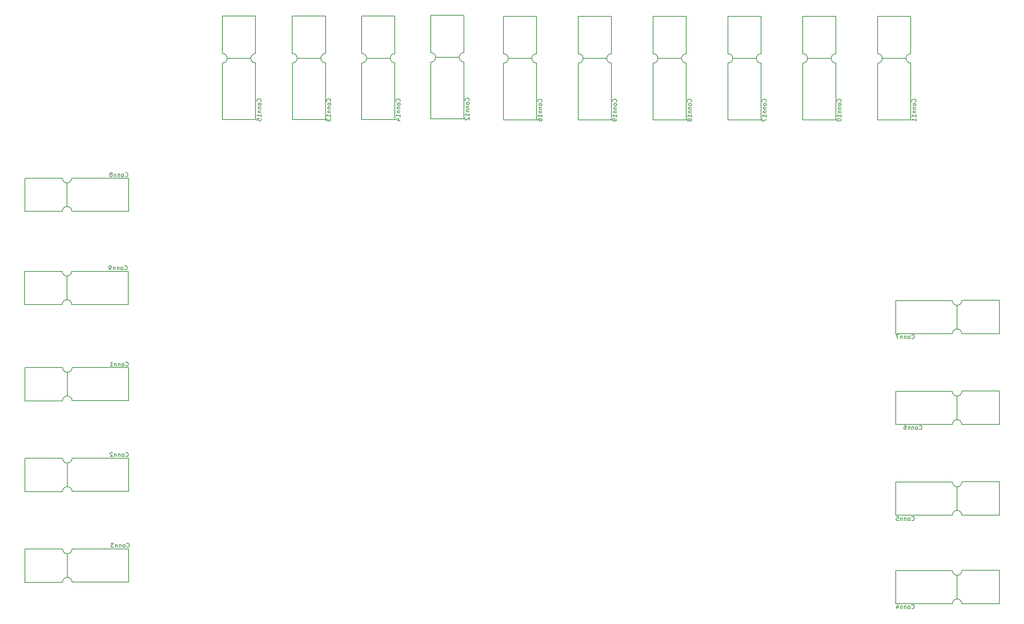
<source format=gbr>
%TF.GenerationSoftware,KiCad,Pcbnew,7.0.5*%
%TF.CreationDate,2023-11-14T15:32:51-06:00*%
%TF.ProjectId,PowerBoard_2024,506f7765-7242-46f6-9172-645f32303234,rev?*%
%TF.SameCoordinates,Original*%
%TF.FileFunction,Legend,Bot*%
%TF.FilePolarity,Positive*%
%FSLAX46Y46*%
G04 Gerber Fmt 4.6, Leading zero omitted, Abs format (unit mm)*
G04 Created by KiCad (PCBNEW 7.0.5) date 2023-11-14 15:32:51*
%MOMM*%
%LPD*%
G01*
G04 APERTURE LIST*
%ADD10C,0.150000*%
G04 APERTURE END LIST*
D10*
%TO.C,Conn18*%
X313955280Y-110563499D02*
X314002900Y-110515880D01*
X314002900Y-110515880D02*
X314050519Y-110373023D01*
X314050519Y-110373023D02*
X314050519Y-110277785D01*
X314050519Y-110277785D02*
X314002900Y-110134928D01*
X314002900Y-110134928D02*
X313907661Y-110039690D01*
X313907661Y-110039690D02*
X313812423Y-109992071D01*
X313812423Y-109992071D02*
X313621947Y-109944452D01*
X313621947Y-109944452D02*
X313479090Y-109944452D01*
X313479090Y-109944452D02*
X313288614Y-109992071D01*
X313288614Y-109992071D02*
X313193376Y-110039690D01*
X313193376Y-110039690D02*
X313098138Y-110134928D01*
X313098138Y-110134928D02*
X313050519Y-110277785D01*
X313050519Y-110277785D02*
X313050519Y-110373023D01*
X313050519Y-110373023D02*
X313098138Y-110515880D01*
X313098138Y-110515880D02*
X313145757Y-110563499D01*
X314050519Y-111134928D02*
X314002900Y-111039690D01*
X314002900Y-111039690D02*
X313955280Y-110992071D01*
X313955280Y-110992071D02*
X313860042Y-110944452D01*
X313860042Y-110944452D02*
X313574328Y-110944452D01*
X313574328Y-110944452D02*
X313479090Y-110992071D01*
X313479090Y-110992071D02*
X313431471Y-111039690D01*
X313431471Y-111039690D02*
X313383852Y-111134928D01*
X313383852Y-111134928D02*
X313383852Y-111277785D01*
X313383852Y-111277785D02*
X313431471Y-111373023D01*
X313431471Y-111373023D02*
X313479090Y-111420642D01*
X313479090Y-111420642D02*
X313574328Y-111468261D01*
X313574328Y-111468261D02*
X313860042Y-111468261D01*
X313860042Y-111468261D02*
X313955280Y-111420642D01*
X313955280Y-111420642D02*
X314002900Y-111373023D01*
X314002900Y-111373023D02*
X314050519Y-111277785D01*
X314050519Y-111277785D02*
X314050519Y-111134928D01*
X313383852Y-111896833D02*
X314050519Y-111896833D01*
X313479090Y-111896833D02*
X313431471Y-111944452D01*
X313431471Y-111944452D02*
X313383852Y-112039690D01*
X313383852Y-112039690D02*
X313383852Y-112182547D01*
X313383852Y-112182547D02*
X313431471Y-112277785D01*
X313431471Y-112277785D02*
X313526709Y-112325404D01*
X313526709Y-112325404D02*
X314050519Y-112325404D01*
X313383852Y-112801595D02*
X314050519Y-112801595D01*
X313479090Y-112801595D02*
X313431471Y-112849214D01*
X313431471Y-112849214D02*
X313383852Y-112944452D01*
X313383852Y-112944452D02*
X313383852Y-113087309D01*
X313383852Y-113087309D02*
X313431471Y-113182547D01*
X313431471Y-113182547D02*
X313526709Y-113230166D01*
X313526709Y-113230166D02*
X314050519Y-113230166D01*
X314050519Y-114230166D02*
X314050519Y-113658738D01*
X314050519Y-113944452D02*
X313050519Y-113944452D01*
X313050519Y-113944452D02*
X313193376Y-113849214D01*
X313193376Y-113849214D02*
X313288614Y-113753976D01*
X313288614Y-113753976D02*
X313336233Y-113658738D01*
X313479090Y-114801595D02*
X313431471Y-114706357D01*
X313431471Y-114706357D02*
X313383852Y-114658738D01*
X313383852Y-114658738D02*
X313288614Y-114611119D01*
X313288614Y-114611119D02*
X313240995Y-114611119D01*
X313240995Y-114611119D02*
X313145757Y-114658738D01*
X313145757Y-114658738D02*
X313098138Y-114706357D01*
X313098138Y-114706357D02*
X313050519Y-114801595D01*
X313050519Y-114801595D02*
X313050519Y-114992071D01*
X313050519Y-114992071D02*
X313098138Y-115087309D01*
X313098138Y-115087309D02*
X313145757Y-115134928D01*
X313145757Y-115134928D02*
X313240995Y-115182547D01*
X313240995Y-115182547D02*
X313288614Y-115182547D01*
X313288614Y-115182547D02*
X313383852Y-115134928D01*
X313383852Y-115134928D02*
X313431471Y-115087309D01*
X313431471Y-115087309D02*
X313479090Y-114992071D01*
X313479090Y-114992071D02*
X313479090Y-114801595D01*
X313479090Y-114801595D02*
X313526709Y-114706357D01*
X313526709Y-114706357D02*
X313574328Y-114658738D01*
X313574328Y-114658738D02*
X313669566Y-114611119D01*
X313669566Y-114611119D02*
X313860042Y-114611119D01*
X313860042Y-114611119D02*
X313955280Y-114658738D01*
X313955280Y-114658738D02*
X314002900Y-114706357D01*
X314002900Y-114706357D02*
X314050519Y-114801595D01*
X314050519Y-114801595D02*
X314050519Y-114992071D01*
X314050519Y-114992071D02*
X314002900Y-115087309D01*
X314002900Y-115087309D02*
X313955280Y-115134928D01*
X313955280Y-115134928D02*
X313860042Y-115182547D01*
X313860042Y-115182547D02*
X313669566Y-115182547D01*
X313669566Y-115182547D02*
X313574328Y-115134928D01*
X313574328Y-115134928D02*
X313526709Y-115087309D01*
X313526709Y-115087309D02*
X313479090Y-114992071D01*
%TO.C,Conn4*%
X366379809Y-231155280D02*
X366427428Y-231202900D01*
X366427428Y-231202900D02*
X366570285Y-231250519D01*
X366570285Y-231250519D02*
X366665523Y-231250519D01*
X366665523Y-231250519D02*
X366808380Y-231202900D01*
X366808380Y-231202900D02*
X366903618Y-231107661D01*
X366903618Y-231107661D02*
X366951237Y-231012423D01*
X366951237Y-231012423D02*
X366998856Y-230821947D01*
X366998856Y-230821947D02*
X366998856Y-230679090D01*
X366998856Y-230679090D02*
X366951237Y-230488614D01*
X366951237Y-230488614D02*
X366903618Y-230393376D01*
X366903618Y-230393376D02*
X366808380Y-230298138D01*
X366808380Y-230298138D02*
X366665523Y-230250519D01*
X366665523Y-230250519D02*
X366570285Y-230250519D01*
X366570285Y-230250519D02*
X366427428Y-230298138D01*
X366427428Y-230298138D02*
X366379809Y-230345757D01*
X365808380Y-231250519D02*
X365903618Y-231202900D01*
X365903618Y-231202900D02*
X365951237Y-231155280D01*
X365951237Y-231155280D02*
X365998856Y-231060042D01*
X365998856Y-231060042D02*
X365998856Y-230774328D01*
X365998856Y-230774328D02*
X365951237Y-230679090D01*
X365951237Y-230679090D02*
X365903618Y-230631471D01*
X365903618Y-230631471D02*
X365808380Y-230583852D01*
X365808380Y-230583852D02*
X365665523Y-230583852D01*
X365665523Y-230583852D02*
X365570285Y-230631471D01*
X365570285Y-230631471D02*
X365522666Y-230679090D01*
X365522666Y-230679090D02*
X365475047Y-230774328D01*
X365475047Y-230774328D02*
X365475047Y-231060042D01*
X365475047Y-231060042D02*
X365522666Y-231155280D01*
X365522666Y-231155280D02*
X365570285Y-231202900D01*
X365570285Y-231202900D02*
X365665523Y-231250519D01*
X365665523Y-231250519D02*
X365808380Y-231250519D01*
X365046475Y-230583852D02*
X365046475Y-231250519D01*
X365046475Y-230679090D02*
X364998856Y-230631471D01*
X364998856Y-230631471D02*
X364903618Y-230583852D01*
X364903618Y-230583852D02*
X364760761Y-230583852D01*
X364760761Y-230583852D02*
X364665523Y-230631471D01*
X364665523Y-230631471D02*
X364617904Y-230726709D01*
X364617904Y-230726709D02*
X364617904Y-231250519D01*
X364141713Y-230583852D02*
X364141713Y-231250519D01*
X364141713Y-230679090D02*
X364094094Y-230631471D01*
X364094094Y-230631471D02*
X363998856Y-230583852D01*
X363998856Y-230583852D02*
X363855999Y-230583852D01*
X363855999Y-230583852D02*
X363760761Y-230631471D01*
X363760761Y-230631471D02*
X363713142Y-230726709D01*
X363713142Y-230726709D02*
X363713142Y-231250519D01*
X362808380Y-230583852D02*
X362808380Y-231250519D01*
X363046475Y-230202900D02*
X363284570Y-230917185D01*
X363284570Y-230917185D02*
X362665523Y-230917185D01*
%TO.C,Conn3*%
X179831809Y-216513580D02*
X179879428Y-216561200D01*
X179879428Y-216561200D02*
X180022285Y-216608819D01*
X180022285Y-216608819D02*
X180117523Y-216608819D01*
X180117523Y-216608819D02*
X180260380Y-216561200D01*
X180260380Y-216561200D02*
X180355618Y-216465961D01*
X180355618Y-216465961D02*
X180403237Y-216370723D01*
X180403237Y-216370723D02*
X180450856Y-216180247D01*
X180450856Y-216180247D02*
X180450856Y-216037390D01*
X180450856Y-216037390D02*
X180403237Y-215846914D01*
X180403237Y-215846914D02*
X180355618Y-215751676D01*
X180355618Y-215751676D02*
X180260380Y-215656438D01*
X180260380Y-215656438D02*
X180117523Y-215608819D01*
X180117523Y-215608819D02*
X180022285Y-215608819D01*
X180022285Y-215608819D02*
X179879428Y-215656438D01*
X179879428Y-215656438D02*
X179831809Y-215704057D01*
X179260380Y-216608819D02*
X179355618Y-216561200D01*
X179355618Y-216561200D02*
X179403237Y-216513580D01*
X179403237Y-216513580D02*
X179450856Y-216418342D01*
X179450856Y-216418342D02*
X179450856Y-216132628D01*
X179450856Y-216132628D02*
X179403237Y-216037390D01*
X179403237Y-216037390D02*
X179355618Y-215989771D01*
X179355618Y-215989771D02*
X179260380Y-215942152D01*
X179260380Y-215942152D02*
X179117523Y-215942152D01*
X179117523Y-215942152D02*
X179022285Y-215989771D01*
X179022285Y-215989771D02*
X178974666Y-216037390D01*
X178974666Y-216037390D02*
X178927047Y-216132628D01*
X178927047Y-216132628D02*
X178927047Y-216418342D01*
X178927047Y-216418342D02*
X178974666Y-216513580D01*
X178974666Y-216513580D02*
X179022285Y-216561200D01*
X179022285Y-216561200D02*
X179117523Y-216608819D01*
X179117523Y-216608819D02*
X179260380Y-216608819D01*
X178498475Y-215942152D02*
X178498475Y-216608819D01*
X178498475Y-216037390D02*
X178450856Y-215989771D01*
X178450856Y-215989771D02*
X178355618Y-215942152D01*
X178355618Y-215942152D02*
X178212761Y-215942152D01*
X178212761Y-215942152D02*
X178117523Y-215989771D01*
X178117523Y-215989771D02*
X178069904Y-216085009D01*
X178069904Y-216085009D02*
X178069904Y-216608819D01*
X177593713Y-215942152D02*
X177593713Y-216608819D01*
X177593713Y-216037390D02*
X177546094Y-215989771D01*
X177546094Y-215989771D02*
X177450856Y-215942152D01*
X177450856Y-215942152D02*
X177307999Y-215942152D01*
X177307999Y-215942152D02*
X177212761Y-215989771D01*
X177212761Y-215989771D02*
X177165142Y-216085009D01*
X177165142Y-216085009D02*
X177165142Y-216608819D01*
X176784189Y-215608819D02*
X176165142Y-215608819D01*
X176165142Y-215608819D02*
X176498475Y-215989771D01*
X176498475Y-215989771D02*
X176355618Y-215989771D01*
X176355618Y-215989771D02*
X176260380Y-216037390D01*
X176260380Y-216037390D02*
X176212761Y-216085009D01*
X176212761Y-216085009D02*
X176165142Y-216180247D01*
X176165142Y-216180247D02*
X176165142Y-216418342D01*
X176165142Y-216418342D02*
X176212761Y-216513580D01*
X176212761Y-216513580D02*
X176260380Y-216561200D01*
X176260380Y-216561200D02*
X176355618Y-216608819D01*
X176355618Y-216608819D02*
X176641332Y-216608819D01*
X176641332Y-216608819D02*
X176736570Y-216561200D01*
X176736570Y-216561200D02*
X176784189Y-216513580D01*
%TO.C,Conn19*%
X296175280Y-110563499D02*
X296222900Y-110515880D01*
X296222900Y-110515880D02*
X296270519Y-110373023D01*
X296270519Y-110373023D02*
X296270519Y-110277785D01*
X296270519Y-110277785D02*
X296222900Y-110134928D01*
X296222900Y-110134928D02*
X296127661Y-110039690D01*
X296127661Y-110039690D02*
X296032423Y-109992071D01*
X296032423Y-109992071D02*
X295841947Y-109944452D01*
X295841947Y-109944452D02*
X295699090Y-109944452D01*
X295699090Y-109944452D02*
X295508614Y-109992071D01*
X295508614Y-109992071D02*
X295413376Y-110039690D01*
X295413376Y-110039690D02*
X295318138Y-110134928D01*
X295318138Y-110134928D02*
X295270519Y-110277785D01*
X295270519Y-110277785D02*
X295270519Y-110373023D01*
X295270519Y-110373023D02*
X295318138Y-110515880D01*
X295318138Y-110515880D02*
X295365757Y-110563499D01*
X296270519Y-111134928D02*
X296222900Y-111039690D01*
X296222900Y-111039690D02*
X296175280Y-110992071D01*
X296175280Y-110992071D02*
X296080042Y-110944452D01*
X296080042Y-110944452D02*
X295794328Y-110944452D01*
X295794328Y-110944452D02*
X295699090Y-110992071D01*
X295699090Y-110992071D02*
X295651471Y-111039690D01*
X295651471Y-111039690D02*
X295603852Y-111134928D01*
X295603852Y-111134928D02*
X295603852Y-111277785D01*
X295603852Y-111277785D02*
X295651471Y-111373023D01*
X295651471Y-111373023D02*
X295699090Y-111420642D01*
X295699090Y-111420642D02*
X295794328Y-111468261D01*
X295794328Y-111468261D02*
X296080042Y-111468261D01*
X296080042Y-111468261D02*
X296175280Y-111420642D01*
X296175280Y-111420642D02*
X296222900Y-111373023D01*
X296222900Y-111373023D02*
X296270519Y-111277785D01*
X296270519Y-111277785D02*
X296270519Y-111134928D01*
X295603852Y-111896833D02*
X296270519Y-111896833D01*
X295699090Y-111896833D02*
X295651471Y-111944452D01*
X295651471Y-111944452D02*
X295603852Y-112039690D01*
X295603852Y-112039690D02*
X295603852Y-112182547D01*
X295603852Y-112182547D02*
X295651471Y-112277785D01*
X295651471Y-112277785D02*
X295746709Y-112325404D01*
X295746709Y-112325404D02*
X296270519Y-112325404D01*
X295603852Y-112801595D02*
X296270519Y-112801595D01*
X295699090Y-112801595D02*
X295651471Y-112849214D01*
X295651471Y-112849214D02*
X295603852Y-112944452D01*
X295603852Y-112944452D02*
X295603852Y-113087309D01*
X295603852Y-113087309D02*
X295651471Y-113182547D01*
X295651471Y-113182547D02*
X295746709Y-113230166D01*
X295746709Y-113230166D02*
X296270519Y-113230166D01*
X296270519Y-114230166D02*
X296270519Y-113658738D01*
X296270519Y-113944452D02*
X295270519Y-113944452D01*
X295270519Y-113944452D02*
X295413376Y-113849214D01*
X295413376Y-113849214D02*
X295508614Y-113753976D01*
X295508614Y-113753976D02*
X295556233Y-113658738D01*
X296270519Y-114706357D02*
X296270519Y-114896833D01*
X296270519Y-114896833D02*
X296222900Y-114992071D01*
X296222900Y-114992071D02*
X296175280Y-115039690D01*
X296175280Y-115039690D02*
X296032423Y-115134928D01*
X296032423Y-115134928D02*
X295841947Y-115182547D01*
X295841947Y-115182547D02*
X295460995Y-115182547D01*
X295460995Y-115182547D02*
X295365757Y-115134928D01*
X295365757Y-115134928D02*
X295318138Y-115087309D01*
X295318138Y-115087309D02*
X295270519Y-114992071D01*
X295270519Y-114992071D02*
X295270519Y-114801595D01*
X295270519Y-114801595D02*
X295318138Y-114706357D01*
X295318138Y-114706357D02*
X295365757Y-114658738D01*
X295365757Y-114658738D02*
X295460995Y-114611119D01*
X295460995Y-114611119D02*
X295699090Y-114611119D01*
X295699090Y-114611119D02*
X295794328Y-114658738D01*
X295794328Y-114658738D02*
X295841947Y-114706357D01*
X295841947Y-114706357D02*
X295889566Y-114801595D01*
X295889566Y-114801595D02*
X295889566Y-114992071D01*
X295889566Y-114992071D02*
X295841947Y-115087309D01*
X295841947Y-115087309D02*
X295794328Y-115134928D01*
X295794328Y-115134928D02*
X295699090Y-115182547D01*
%TO.C,Conn9*%
X179323809Y-150473580D02*
X179371428Y-150521200D01*
X179371428Y-150521200D02*
X179514285Y-150568819D01*
X179514285Y-150568819D02*
X179609523Y-150568819D01*
X179609523Y-150568819D02*
X179752380Y-150521200D01*
X179752380Y-150521200D02*
X179847618Y-150425961D01*
X179847618Y-150425961D02*
X179895237Y-150330723D01*
X179895237Y-150330723D02*
X179942856Y-150140247D01*
X179942856Y-150140247D02*
X179942856Y-149997390D01*
X179942856Y-149997390D02*
X179895237Y-149806914D01*
X179895237Y-149806914D02*
X179847618Y-149711676D01*
X179847618Y-149711676D02*
X179752380Y-149616438D01*
X179752380Y-149616438D02*
X179609523Y-149568819D01*
X179609523Y-149568819D02*
X179514285Y-149568819D01*
X179514285Y-149568819D02*
X179371428Y-149616438D01*
X179371428Y-149616438D02*
X179323809Y-149664057D01*
X178752380Y-150568819D02*
X178847618Y-150521200D01*
X178847618Y-150521200D02*
X178895237Y-150473580D01*
X178895237Y-150473580D02*
X178942856Y-150378342D01*
X178942856Y-150378342D02*
X178942856Y-150092628D01*
X178942856Y-150092628D02*
X178895237Y-149997390D01*
X178895237Y-149997390D02*
X178847618Y-149949771D01*
X178847618Y-149949771D02*
X178752380Y-149902152D01*
X178752380Y-149902152D02*
X178609523Y-149902152D01*
X178609523Y-149902152D02*
X178514285Y-149949771D01*
X178514285Y-149949771D02*
X178466666Y-149997390D01*
X178466666Y-149997390D02*
X178419047Y-150092628D01*
X178419047Y-150092628D02*
X178419047Y-150378342D01*
X178419047Y-150378342D02*
X178466666Y-150473580D01*
X178466666Y-150473580D02*
X178514285Y-150521200D01*
X178514285Y-150521200D02*
X178609523Y-150568819D01*
X178609523Y-150568819D02*
X178752380Y-150568819D01*
X177990475Y-149902152D02*
X177990475Y-150568819D01*
X177990475Y-149997390D02*
X177942856Y-149949771D01*
X177942856Y-149949771D02*
X177847618Y-149902152D01*
X177847618Y-149902152D02*
X177704761Y-149902152D01*
X177704761Y-149902152D02*
X177609523Y-149949771D01*
X177609523Y-149949771D02*
X177561904Y-150045009D01*
X177561904Y-150045009D02*
X177561904Y-150568819D01*
X177085713Y-149902152D02*
X177085713Y-150568819D01*
X177085713Y-149997390D02*
X177038094Y-149949771D01*
X177038094Y-149949771D02*
X176942856Y-149902152D01*
X176942856Y-149902152D02*
X176799999Y-149902152D01*
X176799999Y-149902152D02*
X176704761Y-149949771D01*
X176704761Y-149949771D02*
X176657142Y-150045009D01*
X176657142Y-150045009D02*
X176657142Y-150568819D01*
X176133332Y-150568819D02*
X175942856Y-150568819D01*
X175942856Y-150568819D02*
X175847618Y-150521200D01*
X175847618Y-150521200D02*
X175799999Y-150473580D01*
X175799999Y-150473580D02*
X175704761Y-150330723D01*
X175704761Y-150330723D02*
X175657142Y-150140247D01*
X175657142Y-150140247D02*
X175657142Y-149759295D01*
X175657142Y-149759295D02*
X175704761Y-149664057D01*
X175704761Y-149664057D02*
X175752380Y-149616438D01*
X175752380Y-149616438D02*
X175847618Y-149568819D01*
X175847618Y-149568819D02*
X176038094Y-149568819D01*
X176038094Y-149568819D02*
X176133332Y-149616438D01*
X176133332Y-149616438D02*
X176180951Y-149664057D01*
X176180951Y-149664057D02*
X176228570Y-149759295D01*
X176228570Y-149759295D02*
X176228570Y-149997390D01*
X176228570Y-149997390D02*
X176180951Y-150092628D01*
X176180951Y-150092628D02*
X176133332Y-150140247D01*
X176133332Y-150140247D02*
X176038094Y-150187866D01*
X176038094Y-150187866D02*
X175847618Y-150187866D01*
X175847618Y-150187866D02*
X175752380Y-150140247D01*
X175752380Y-150140247D02*
X175704761Y-150092628D01*
X175704761Y-150092628D02*
X175657142Y-149997390D01*
%TO.C,Conn10*%
X349515280Y-110563499D02*
X349562900Y-110515880D01*
X349562900Y-110515880D02*
X349610519Y-110373023D01*
X349610519Y-110373023D02*
X349610519Y-110277785D01*
X349610519Y-110277785D02*
X349562900Y-110134928D01*
X349562900Y-110134928D02*
X349467661Y-110039690D01*
X349467661Y-110039690D02*
X349372423Y-109992071D01*
X349372423Y-109992071D02*
X349181947Y-109944452D01*
X349181947Y-109944452D02*
X349039090Y-109944452D01*
X349039090Y-109944452D02*
X348848614Y-109992071D01*
X348848614Y-109992071D02*
X348753376Y-110039690D01*
X348753376Y-110039690D02*
X348658138Y-110134928D01*
X348658138Y-110134928D02*
X348610519Y-110277785D01*
X348610519Y-110277785D02*
X348610519Y-110373023D01*
X348610519Y-110373023D02*
X348658138Y-110515880D01*
X348658138Y-110515880D02*
X348705757Y-110563499D01*
X349610519Y-111134928D02*
X349562900Y-111039690D01*
X349562900Y-111039690D02*
X349515280Y-110992071D01*
X349515280Y-110992071D02*
X349420042Y-110944452D01*
X349420042Y-110944452D02*
X349134328Y-110944452D01*
X349134328Y-110944452D02*
X349039090Y-110992071D01*
X349039090Y-110992071D02*
X348991471Y-111039690D01*
X348991471Y-111039690D02*
X348943852Y-111134928D01*
X348943852Y-111134928D02*
X348943852Y-111277785D01*
X348943852Y-111277785D02*
X348991471Y-111373023D01*
X348991471Y-111373023D02*
X349039090Y-111420642D01*
X349039090Y-111420642D02*
X349134328Y-111468261D01*
X349134328Y-111468261D02*
X349420042Y-111468261D01*
X349420042Y-111468261D02*
X349515280Y-111420642D01*
X349515280Y-111420642D02*
X349562900Y-111373023D01*
X349562900Y-111373023D02*
X349610519Y-111277785D01*
X349610519Y-111277785D02*
X349610519Y-111134928D01*
X348943852Y-111896833D02*
X349610519Y-111896833D01*
X349039090Y-111896833D02*
X348991471Y-111944452D01*
X348991471Y-111944452D02*
X348943852Y-112039690D01*
X348943852Y-112039690D02*
X348943852Y-112182547D01*
X348943852Y-112182547D02*
X348991471Y-112277785D01*
X348991471Y-112277785D02*
X349086709Y-112325404D01*
X349086709Y-112325404D02*
X349610519Y-112325404D01*
X348943852Y-112801595D02*
X349610519Y-112801595D01*
X349039090Y-112801595D02*
X348991471Y-112849214D01*
X348991471Y-112849214D02*
X348943852Y-112944452D01*
X348943852Y-112944452D02*
X348943852Y-113087309D01*
X348943852Y-113087309D02*
X348991471Y-113182547D01*
X348991471Y-113182547D02*
X349086709Y-113230166D01*
X349086709Y-113230166D02*
X349610519Y-113230166D01*
X349610519Y-114230166D02*
X349610519Y-113658738D01*
X349610519Y-113944452D02*
X348610519Y-113944452D01*
X348610519Y-113944452D02*
X348753376Y-113849214D01*
X348753376Y-113849214D02*
X348848614Y-113753976D01*
X348848614Y-113753976D02*
X348896233Y-113658738D01*
X348610519Y-114849214D02*
X348610519Y-114944452D01*
X348610519Y-114944452D02*
X348658138Y-115039690D01*
X348658138Y-115039690D02*
X348705757Y-115087309D01*
X348705757Y-115087309D02*
X348800995Y-115134928D01*
X348800995Y-115134928D02*
X348991471Y-115182547D01*
X348991471Y-115182547D02*
X349229566Y-115182547D01*
X349229566Y-115182547D02*
X349420042Y-115134928D01*
X349420042Y-115134928D02*
X349515280Y-115087309D01*
X349515280Y-115087309D02*
X349562900Y-115039690D01*
X349562900Y-115039690D02*
X349610519Y-114944452D01*
X349610519Y-114944452D02*
X349610519Y-114849214D01*
X349610519Y-114849214D02*
X349562900Y-114753976D01*
X349562900Y-114753976D02*
X349515280Y-114706357D01*
X349515280Y-114706357D02*
X349420042Y-114658738D01*
X349420042Y-114658738D02*
X349229566Y-114611119D01*
X349229566Y-114611119D02*
X348991471Y-114611119D01*
X348991471Y-114611119D02*
X348800995Y-114658738D01*
X348800995Y-114658738D02*
X348705757Y-114706357D01*
X348705757Y-114706357D02*
X348658138Y-114753976D01*
X348658138Y-114753976D02*
X348610519Y-114849214D01*
%TO.C,Conn17*%
X331735280Y-110563499D02*
X331782900Y-110515880D01*
X331782900Y-110515880D02*
X331830519Y-110373023D01*
X331830519Y-110373023D02*
X331830519Y-110277785D01*
X331830519Y-110277785D02*
X331782900Y-110134928D01*
X331782900Y-110134928D02*
X331687661Y-110039690D01*
X331687661Y-110039690D02*
X331592423Y-109992071D01*
X331592423Y-109992071D02*
X331401947Y-109944452D01*
X331401947Y-109944452D02*
X331259090Y-109944452D01*
X331259090Y-109944452D02*
X331068614Y-109992071D01*
X331068614Y-109992071D02*
X330973376Y-110039690D01*
X330973376Y-110039690D02*
X330878138Y-110134928D01*
X330878138Y-110134928D02*
X330830519Y-110277785D01*
X330830519Y-110277785D02*
X330830519Y-110373023D01*
X330830519Y-110373023D02*
X330878138Y-110515880D01*
X330878138Y-110515880D02*
X330925757Y-110563499D01*
X331830519Y-111134928D02*
X331782900Y-111039690D01*
X331782900Y-111039690D02*
X331735280Y-110992071D01*
X331735280Y-110992071D02*
X331640042Y-110944452D01*
X331640042Y-110944452D02*
X331354328Y-110944452D01*
X331354328Y-110944452D02*
X331259090Y-110992071D01*
X331259090Y-110992071D02*
X331211471Y-111039690D01*
X331211471Y-111039690D02*
X331163852Y-111134928D01*
X331163852Y-111134928D02*
X331163852Y-111277785D01*
X331163852Y-111277785D02*
X331211471Y-111373023D01*
X331211471Y-111373023D02*
X331259090Y-111420642D01*
X331259090Y-111420642D02*
X331354328Y-111468261D01*
X331354328Y-111468261D02*
X331640042Y-111468261D01*
X331640042Y-111468261D02*
X331735280Y-111420642D01*
X331735280Y-111420642D02*
X331782900Y-111373023D01*
X331782900Y-111373023D02*
X331830519Y-111277785D01*
X331830519Y-111277785D02*
X331830519Y-111134928D01*
X331163852Y-111896833D02*
X331830519Y-111896833D01*
X331259090Y-111896833D02*
X331211471Y-111944452D01*
X331211471Y-111944452D02*
X331163852Y-112039690D01*
X331163852Y-112039690D02*
X331163852Y-112182547D01*
X331163852Y-112182547D02*
X331211471Y-112277785D01*
X331211471Y-112277785D02*
X331306709Y-112325404D01*
X331306709Y-112325404D02*
X331830519Y-112325404D01*
X331163852Y-112801595D02*
X331830519Y-112801595D01*
X331259090Y-112801595D02*
X331211471Y-112849214D01*
X331211471Y-112849214D02*
X331163852Y-112944452D01*
X331163852Y-112944452D02*
X331163852Y-113087309D01*
X331163852Y-113087309D02*
X331211471Y-113182547D01*
X331211471Y-113182547D02*
X331306709Y-113230166D01*
X331306709Y-113230166D02*
X331830519Y-113230166D01*
X331830519Y-114230166D02*
X331830519Y-113658738D01*
X331830519Y-113944452D02*
X330830519Y-113944452D01*
X330830519Y-113944452D02*
X330973376Y-113849214D01*
X330973376Y-113849214D02*
X331068614Y-113753976D01*
X331068614Y-113753976D02*
X331116233Y-113658738D01*
X330830519Y-114563500D02*
X330830519Y-115230166D01*
X330830519Y-115230166D02*
X331830519Y-114801595D01*
%TO.C,Conn6*%
X368179809Y-188483280D02*
X368227428Y-188530900D01*
X368227428Y-188530900D02*
X368370285Y-188578519D01*
X368370285Y-188578519D02*
X368465523Y-188578519D01*
X368465523Y-188578519D02*
X368608380Y-188530900D01*
X368608380Y-188530900D02*
X368703618Y-188435661D01*
X368703618Y-188435661D02*
X368751237Y-188340423D01*
X368751237Y-188340423D02*
X368798856Y-188149947D01*
X368798856Y-188149947D02*
X368798856Y-188007090D01*
X368798856Y-188007090D02*
X368751237Y-187816614D01*
X368751237Y-187816614D02*
X368703618Y-187721376D01*
X368703618Y-187721376D02*
X368608380Y-187626138D01*
X368608380Y-187626138D02*
X368465523Y-187578519D01*
X368465523Y-187578519D02*
X368370285Y-187578519D01*
X368370285Y-187578519D02*
X368227428Y-187626138D01*
X368227428Y-187626138D02*
X368179809Y-187673757D01*
X367608380Y-188578519D02*
X367703618Y-188530900D01*
X367703618Y-188530900D02*
X367751237Y-188483280D01*
X367751237Y-188483280D02*
X367798856Y-188388042D01*
X367798856Y-188388042D02*
X367798856Y-188102328D01*
X367798856Y-188102328D02*
X367751237Y-188007090D01*
X367751237Y-188007090D02*
X367703618Y-187959471D01*
X367703618Y-187959471D02*
X367608380Y-187911852D01*
X367608380Y-187911852D02*
X367465523Y-187911852D01*
X367465523Y-187911852D02*
X367370285Y-187959471D01*
X367370285Y-187959471D02*
X367322666Y-188007090D01*
X367322666Y-188007090D02*
X367275047Y-188102328D01*
X367275047Y-188102328D02*
X367275047Y-188388042D01*
X367275047Y-188388042D02*
X367322666Y-188483280D01*
X367322666Y-188483280D02*
X367370285Y-188530900D01*
X367370285Y-188530900D02*
X367465523Y-188578519D01*
X367465523Y-188578519D02*
X367608380Y-188578519D01*
X366846475Y-187911852D02*
X366846475Y-188578519D01*
X366846475Y-188007090D02*
X366798856Y-187959471D01*
X366798856Y-187959471D02*
X366703618Y-187911852D01*
X366703618Y-187911852D02*
X366560761Y-187911852D01*
X366560761Y-187911852D02*
X366465523Y-187959471D01*
X366465523Y-187959471D02*
X366417904Y-188054709D01*
X366417904Y-188054709D02*
X366417904Y-188578519D01*
X365941713Y-187911852D02*
X365941713Y-188578519D01*
X365941713Y-188007090D02*
X365894094Y-187959471D01*
X365894094Y-187959471D02*
X365798856Y-187911852D01*
X365798856Y-187911852D02*
X365655999Y-187911852D01*
X365655999Y-187911852D02*
X365560761Y-187959471D01*
X365560761Y-187959471D02*
X365513142Y-188054709D01*
X365513142Y-188054709D02*
X365513142Y-188578519D01*
X364608380Y-187578519D02*
X364798856Y-187578519D01*
X364798856Y-187578519D02*
X364894094Y-187626138D01*
X364894094Y-187626138D02*
X364941713Y-187673757D01*
X364941713Y-187673757D02*
X365036951Y-187816614D01*
X365036951Y-187816614D02*
X365084570Y-188007090D01*
X365084570Y-188007090D02*
X365084570Y-188388042D01*
X365084570Y-188388042D02*
X365036951Y-188483280D01*
X365036951Y-188483280D02*
X364989332Y-188530900D01*
X364989332Y-188530900D02*
X364894094Y-188578519D01*
X364894094Y-188578519D02*
X364703618Y-188578519D01*
X364703618Y-188578519D02*
X364608380Y-188530900D01*
X364608380Y-188530900D02*
X364560761Y-188483280D01*
X364560761Y-188483280D02*
X364513142Y-188388042D01*
X364513142Y-188388042D02*
X364513142Y-188149947D01*
X364513142Y-188149947D02*
X364560761Y-188054709D01*
X364560761Y-188054709D02*
X364608380Y-188007090D01*
X364608380Y-188007090D02*
X364703618Y-187959471D01*
X364703618Y-187959471D02*
X364894094Y-187959471D01*
X364894094Y-187959471D02*
X364989332Y-188007090D01*
X364989332Y-188007090D02*
X365036951Y-188054709D01*
X365036951Y-188054709D02*
X365084570Y-188149947D01*
%TO.C,Conn8*%
X179506309Y-128341880D02*
X179553928Y-128389500D01*
X179553928Y-128389500D02*
X179696785Y-128437119D01*
X179696785Y-128437119D02*
X179792023Y-128437119D01*
X179792023Y-128437119D02*
X179934880Y-128389500D01*
X179934880Y-128389500D02*
X180030118Y-128294261D01*
X180030118Y-128294261D02*
X180077737Y-128199023D01*
X180077737Y-128199023D02*
X180125356Y-128008547D01*
X180125356Y-128008547D02*
X180125356Y-127865690D01*
X180125356Y-127865690D02*
X180077737Y-127675214D01*
X180077737Y-127675214D02*
X180030118Y-127579976D01*
X180030118Y-127579976D02*
X179934880Y-127484738D01*
X179934880Y-127484738D02*
X179792023Y-127437119D01*
X179792023Y-127437119D02*
X179696785Y-127437119D01*
X179696785Y-127437119D02*
X179553928Y-127484738D01*
X179553928Y-127484738D02*
X179506309Y-127532357D01*
X178934880Y-128437119D02*
X179030118Y-128389500D01*
X179030118Y-128389500D02*
X179077737Y-128341880D01*
X179077737Y-128341880D02*
X179125356Y-128246642D01*
X179125356Y-128246642D02*
X179125356Y-127960928D01*
X179125356Y-127960928D02*
X179077737Y-127865690D01*
X179077737Y-127865690D02*
X179030118Y-127818071D01*
X179030118Y-127818071D02*
X178934880Y-127770452D01*
X178934880Y-127770452D02*
X178792023Y-127770452D01*
X178792023Y-127770452D02*
X178696785Y-127818071D01*
X178696785Y-127818071D02*
X178649166Y-127865690D01*
X178649166Y-127865690D02*
X178601547Y-127960928D01*
X178601547Y-127960928D02*
X178601547Y-128246642D01*
X178601547Y-128246642D02*
X178649166Y-128341880D01*
X178649166Y-128341880D02*
X178696785Y-128389500D01*
X178696785Y-128389500D02*
X178792023Y-128437119D01*
X178792023Y-128437119D02*
X178934880Y-128437119D01*
X178172975Y-127770452D02*
X178172975Y-128437119D01*
X178172975Y-127865690D02*
X178125356Y-127818071D01*
X178125356Y-127818071D02*
X178030118Y-127770452D01*
X178030118Y-127770452D02*
X177887261Y-127770452D01*
X177887261Y-127770452D02*
X177792023Y-127818071D01*
X177792023Y-127818071D02*
X177744404Y-127913309D01*
X177744404Y-127913309D02*
X177744404Y-128437119D01*
X177268213Y-127770452D02*
X177268213Y-128437119D01*
X177268213Y-127865690D02*
X177220594Y-127818071D01*
X177220594Y-127818071D02*
X177125356Y-127770452D01*
X177125356Y-127770452D02*
X176982499Y-127770452D01*
X176982499Y-127770452D02*
X176887261Y-127818071D01*
X176887261Y-127818071D02*
X176839642Y-127913309D01*
X176839642Y-127913309D02*
X176839642Y-128437119D01*
X176220594Y-127865690D02*
X176315832Y-127818071D01*
X176315832Y-127818071D02*
X176363451Y-127770452D01*
X176363451Y-127770452D02*
X176411070Y-127675214D01*
X176411070Y-127675214D02*
X176411070Y-127627595D01*
X176411070Y-127627595D02*
X176363451Y-127532357D01*
X176363451Y-127532357D02*
X176315832Y-127484738D01*
X176315832Y-127484738D02*
X176220594Y-127437119D01*
X176220594Y-127437119D02*
X176030118Y-127437119D01*
X176030118Y-127437119D02*
X175934880Y-127484738D01*
X175934880Y-127484738D02*
X175887261Y-127532357D01*
X175887261Y-127532357D02*
X175839642Y-127627595D01*
X175839642Y-127627595D02*
X175839642Y-127675214D01*
X175839642Y-127675214D02*
X175887261Y-127770452D01*
X175887261Y-127770452D02*
X175934880Y-127818071D01*
X175934880Y-127818071D02*
X176030118Y-127865690D01*
X176030118Y-127865690D02*
X176220594Y-127865690D01*
X176220594Y-127865690D02*
X176315832Y-127913309D01*
X176315832Y-127913309D02*
X176363451Y-127960928D01*
X176363451Y-127960928D02*
X176411070Y-128056166D01*
X176411070Y-128056166D02*
X176411070Y-128246642D01*
X176411070Y-128246642D02*
X176363451Y-128341880D01*
X176363451Y-128341880D02*
X176315832Y-128389500D01*
X176315832Y-128389500D02*
X176220594Y-128437119D01*
X176220594Y-128437119D02*
X176030118Y-128437119D01*
X176030118Y-128437119D02*
X175934880Y-128389500D01*
X175934880Y-128389500D02*
X175887261Y-128341880D01*
X175887261Y-128341880D02*
X175839642Y-128246642D01*
X175839642Y-128246642D02*
X175839642Y-128056166D01*
X175839642Y-128056166D02*
X175887261Y-127960928D01*
X175887261Y-127960928D02*
X175934880Y-127913309D01*
X175934880Y-127913309D02*
X176030118Y-127865690D01*
%TO.C,Conn1*%
X179572309Y-173423880D02*
X179619928Y-173471500D01*
X179619928Y-173471500D02*
X179762785Y-173519119D01*
X179762785Y-173519119D02*
X179858023Y-173519119D01*
X179858023Y-173519119D02*
X180000880Y-173471500D01*
X180000880Y-173471500D02*
X180096118Y-173376261D01*
X180096118Y-173376261D02*
X180143737Y-173281023D01*
X180143737Y-173281023D02*
X180191356Y-173090547D01*
X180191356Y-173090547D02*
X180191356Y-172947690D01*
X180191356Y-172947690D02*
X180143737Y-172757214D01*
X180143737Y-172757214D02*
X180096118Y-172661976D01*
X180096118Y-172661976D02*
X180000880Y-172566738D01*
X180000880Y-172566738D02*
X179858023Y-172519119D01*
X179858023Y-172519119D02*
X179762785Y-172519119D01*
X179762785Y-172519119D02*
X179619928Y-172566738D01*
X179619928Y-172566738D02*
X179572309Y-172614357D01*
X179000880Y-173519119D02*
X179096118Y-173471500D01*
X179096118Y-173471500D02*
X179143737Y-173423880D01*
X179143737Y-173423880D02*
X179191356Y-173328642D01*
X179191356Y-173328642D02*
X179191356Y-173042928D01*
X179191356Y-173042928D02*
X179143737Y-172947690D01*
X179143737Y-172947690D02*
X179096118Y-172900071D01*
X179096118Y-172900071D02*
X179000880Y-172852452D01*
X179000880Y-172852452D02*
X178858023Y-172852452D01*
X178858023Y-172852452D02*
X178762785Y-172900071D01*
X178762785Y-172900071D02*
X178715166Y-172947690D01*
X178715166Y-172947690D02*
X178667547Y-173042928D01*
X178667547Y-173042928D02*
X178667547Y-173328642D01*
X178667547Y-173328642D02*
X178715166Y-173423880D01*
X178715166Y-173423880D02*
X178762785Y-173471500D01*
X178762785Y-173471500D02*
X178858023Y-173519119D01*
X178858023Y-173519119D02*
X179000880Y-173519119D01*
X178238975Y-172852452D02*
X178238975Y-173519119D01*
X178238975Y-172947690D02*
X178191356Y-172900071D01*
X178191356Y-172900071D02*
X178096118Y-172852452D01*
X178096118Y-172852452D02*
X177953261Y-172852452D01*
X177953261Y-172852452D02*
X177858023Y-172900071D01*
X177858023Y-172900071D02*
X177810404Y-172995309D01*
X177810404Y-172995309D02*
X177810404Y-173519119D01*
X177334213Y-172852452D02*
X177334213Y-173519119D01*
X177334213Y-172947690D02*
X177286594Y-172900071D01*
X177286594Y-172900071D02*
X177191356Y-172852452D01*
X177191356Y-172852452D02*
X177048499Y-172852452D01*
X177048499Y-172852452D02*
X176953261Y-172900071D01*
X176953261Y-172900071D02*
X176905642Y-172995309D01*
X176905642Y-172995309D02*
X176905642Y-173519119D01*
X175905642Y-173519119D02*
X176477070Y-173519119D01*
X176191356Y-173519119D02*
X176191356Y-172519119D01*
X176191356Y-172519119D02*
X176286594Y-172661976D01*
X176286594Y-172661976D02*
X176381832Y-172757214D01*
X176381832Y-172757214D02*
X176477070Y-172804833D01*
%TO.C,Conn16*%
X278395280Y-110563499D02*
X278442900Y-110515880D01*
X278442900Y-110515880D02*
X278490519Y-110373023D01*
X278490519Y-110373023D02*
X278490519Y-110277785D01*
X278490519Y-110277785D02*
X278442900Y-110134928D01*
X278442900Y-110134928D02*
X278347661Y-110039690D01*
X278347661Y-110039690D02*
X278252423Y-109992071D01*
X278252423Y-109992071D02*
X278061947Y-109944452D01*
X278061947Y-109944452D02*
X277919090Y-109944452D01*
X277919090Y-109944452D02*
X277728614Y-109992071D01*
X277728614Y-109992071D02*
X277633376Y-110039690D01*
X277633376Y-110039690D02*
X277538138Y-110134928D01*
X277538138Y-110134928D02*
X277490519Y-110277785D01*
X277490519Y-110277785D02*
X277490519Y-110373023D01*
X277490519Y-110373023D02*
X277538138Y-110515880D01*
X277538138Y-110515880D02*
X277585757Y-110563499D01*
X278490519Y-111134928D02*
X278442900Y-111039690D01*
X278442900Y-111039690D02*
X278395280Y-110992071D01*
X278395280Y-110992071D02*
X278300042Y-110944452D01*
X278300042Y-110944452D02*
X278014328Y-110944452D01*
X278014328Y-110944452D02*
X277919090Y-110992071D01*
X277919090Y-110992071D02*
X277871471Y-111039690D01*
X277871471Y-111039690D02*
X277823852Y-111134928D01*
X277823852Y-111134928D02*
X277823852Y-111277785D01*
X277823852Y-111277785D02*
X277871471Y-111373023D01*
X277871471Y-111373023D02*
X277919090Y-111420642D01*
X277919090Y-111420642D02*
X278014328Y-111468261D01*
X278014328Y-111468261D02*
X278300042Y-111468261D01*
X278300042Y-111468261D02*
X278395280Y-111420642D01*
X278395280Y-111420642D02*
X278442900Y-111373023D01*
X278442900Y-111373023D02*
X278490519Y-111277785D01*
X278490519Y-111277785D02*
X278490519Y-111134928D01*
X277823852Y-111896833D02*
X278490519Y-111896833D01*
X277919090Y-111896833D02*
X277871471Y-111944452D01*
X277871471Y-111944452D02*
X277823852Y-112039690D01*
X277823852Y-112039690D02*
X277823852Y-112182547D01*
X277823852Y-112182547D02*
X277871471Y-112277785D01*
X277871471Y-112277785D02*
X277966709Y-112325404D01*
X277966709Y-112325404D02*
X278490519Y-112325404D01*
X277823852Y-112801595D02*
X278490519Y-112801595D01*
X277919090Y-112801595D02*
X277871471Y-112849214D01*
X277871471Y-112849214D02*
X277823852Y-112944452D01*
X277823852Y-112944452D02*
X277823852Y-113087309D01*
X277823852Y-113087309D02*
X277871471Y-113182547D01*
X277871471Y-113182547D02*
X277966709Y-113230166D01*
X277966709Y-113230166D02*
X278490519Y-113230166D01*
X278490519Y-114230166D02*
X278490519Y-113658738D01*
X278490519Y-113944452D02*
X277490519Y-113944452D01*
X277490519Y-113944452D02*
X277633376Y-113849214D01*
X277633376Y-113849214D02*
X277728614Y-113753976D01*
X277728614Y-113753976D02*
X277776233Y-113658738D01*
X277490519Y-115087309D02*
X277490519Y-114896833D01*
X277490519Y-114896833D02*
X277538138Y-114801595D01*
X277538138Y-114801595D02*
X277585757Y-114753976D01*
X277585757Y-114753976D02*
X277728614Y-114658738D01*
X277728614Y-114658738D02*
X277919090Y-114611119D01*
X277919090Y-114611119D02*
X278300042Y-114611119D01*
X278300042Y-114611119D02*
X278395280Y-114658738D01*
X278395280Y-114658738D02*
X278442900Y-114706357D01*
X278442900Y-114706357D02*
X278490519Y-114801595D01*
X278490519Y-114801595D02*
X278490519Y-114992071D01*
X278490519Y-114992071D02*
X278442900Y-115087309D01*
X278442900Y-115087309D02*
X278395280Y-115134928D01*
X278395280Y-115134928D02*
X278300042Y-115182547D01*
X278300042Y-115182547D02*
X278061947Y-115182547D01*
X278061947Y-115182547D02*
X277966709Y-115134928D01*
X277966709Y-115134928D02*
X277919090Y-115087309D01*
X277919090Y-115087309D02*
X277871471Y-114992071D01*
X277871471Y-114992071D02*
X277871471Y-114801595D01*
X277871471Y-114801595D02*
X277919090Y-114706357D01*
X277919090Y-114706357D02*
X277966709Y-114658738D01*
X277966709Y-114658738D02*
X278061947Y-114611119D01*
%TO.C,Conn7*%
X366379809Y-166893280D02*
X366427428Y-166940900D01*
X366427428Y-166940900D02*
X366570285Y-166988519D01*
X366570285Y-166988519D02*
X366665523Y-166988519D01*
X366665523Y-166988519D02*
X366808380Y-166940900D01*
X366808380Y-166940900D02*
X366903618Y-166845661D01*
X366903618Y-166845661D02*
X366951237Y-166750423D01*
X366951237Y-166750423D02*
X366998856Y-166559947D01*
X366998856Y-166559947D02*
X366998856Y-166417090D01*
X366998856Y-166417090D02*
X366951237Y-166226614D01*
X366951237Y-166226614D02*
X366903618Y-166131376D01*
X366903618Y-166131376D02*
X366808380Y-166036138D01*
X366808380Y-166036138D02*
X366665523Y-165988519D01*
X366665523Y-165988519D02*
X366570285Y-165988519D01*
X366570285Y-165988519D02*
X366427428Y-166036138D01*
X366427428Y-166036138D02*
X366379809Y-166083757D01*
X365808380Y-166988519D02*
X365903618Y-166940900D01*
X365903618Y-166940900D02*
X365951237Y-166893280D01*
X365951237Y-166893280D02*
X365998856Y-166798042D01*
X365998856Y-166798042D02*
X365998856Y-166512328D01*
X365998856Y-166512328D02*
X365951237Y-166417090D01*
X365951237Y-166417090D02*
X365903618Y-166369471D01*
X365903618Y-166369471D02*
X365808380Y-166321852D01*
X365808380Y-166321852D02*
X365665523Y-166321852D01*
X365665523Y-166321852D02*
X365570285Y-166369471D01*
X365570285Y-166369471D02*
X365522666Y-166417090D01*
X365522666Y-166417090D02*
X365475047Y-166512328D01*
X365475047Y-166512328D02*
X365475047Y-166798042D01*
X365475047Y-166798042D02*
X365522666Y-166893280D01*
X365522666Y-166893280D02*
X365570285Y-166940900D01*
X365570285Y-166940900D02*
X365665523Y-166988519D01*
X365665523Y-166988519D02*
X365808380Y-166988519D01*
X365046475Y-166321852D02*
X365046475Y-166988519D01*
X365046475Y-166417090D02*
X364998856Y-166369471D01*
X364998856Y-166369471D02*
X364903618Y-166321852D01*
X364903618Y-166321852D02*
X364760761Y-166321852D01*
X364760761Y-166321852D02*
X364665523Y-166369471D01*
X364665523Y-166369471D02*
X364617904Y-166464709D01*
X364617904Y-166464709D02*
X364617904Y-166988519D01*
X364141713Y-166321852D02*
X364141713Y-166988519D01*
X364141713Y-166417090D02*
X364094094Y-166369471D01*
X364094094Y-166369471D02*
X363998856Y-166321852D01*
X363998856Y-166321852D02*
X363855999Y-166321852D01*
X363855999Y-166321852D02*
X363760761Y-166369471D01*
X363760761Y-166369471D02*
X363713142Y-166464709D01*
X363713142Y-166464709D02*
X363713142Y-166988519D01*
X363332189Y-165988519D02*
X362665523Y-165988519D01*
X362665523Y-165988519D02*
X363094094Y-166988519D01*
%TO.C,Conn12*%
X261127280Y-110309499D02*
X261174900Y-110261880D01*
X261174900Y-110261880D02*
X261222519Y-110119023D01*
X261222519Y-110119023D02*
X261222519Y-110023785D01*
X261222519Y-110023785D02*
X261174900Y-109880928D01*
X261174900Y-109880928D02*
X261079661Y-109785690D01*
X261079661Y-109785690D02*
X260984423Y-109738071D01*
X260984423Y-109738071D02*
X260793947Y-109690452D01*
X260793947Y-109690452D02*
X260651090Y-109690452D01*
X260651090Y-109690452D02*
X260460614Y-109738071D01*
X260460614Y-109738071D02*
X260365376Y-109785690D01*
X260365376Y-109785690D02*
X260270138Y-109880928D01*
X260270138Y-109880928D02*
X260222519Y-110023785D01*
X260222519Y-110023785D02*
X260222519Y-110119023D01*
X260222519Y-110119023D02*
X260270138Y-110261880D01*
X260270138Y-110261880D02*
X260317757Y-110309499D01*
X261222519Y-110880928D02*
X261174900Y-110785690D01*
X261174900Y-110785690D02*
X261127280Y-110738071D01*
X261127280Y-110738071D02*
X261032042Y-110690452D01*
X261032042Y-110690452D02*
X260746328Y-110690452D01*
X260746328Y-110690452D02*
X260651090Y-110738071D01*
X260651090Y-110738071D02*
X260603471Y-110785690D01*
X260603471Y-110785690D02*
X260555852Y-110880928D01*
X260555852Y-110880928D02*
X260555852Y-111023785D01*
X260555852Y-111023785D02*
X260603471Y-111119023D01*
X260603471Y-111119023D02*
X260651090Y-111166642D01*
X260651090Y-111166642D02*
X260746328Y-111214261D01*
X260746328Y-111214261D02*
X261032042Y-111214261D01*
X261032042Y-111214261D02*
X261127280Y-111166642D01*
X261127280Y-111166642D02*
X261174900Y-111119023D01*
X261174900Y-111119023D02*
X261222519Y-111023785D01*
X261222519Y-111023785D02*
X261222519Y-110880928D01*
X260555852Y-111642833D02*
X261222519Y-111642833D01*
X260651090Y-111642833D02*
X260603471Y-111690452D01*
X260603471Y-111690452D02*
X260555852Y-111785690D01*
X260555852Y-111785690D02*
X260555852Y-111928547D01*
X260555852Y-111928547D02*
X260603471Y-112023785D01*
X260603471Y-112023785D02*
X260698709Y-112071404D01*
X260698709Y-112071404D02*
X261222519Y-112071404D01*
X260555852Y-112547595D02*
X261222519Y-112547595D01*
X260651090Y-112547595D02*
X260603471Y-112595214D01*
X260603471Y-112595214D02*
X260555852Y-112690452D01*
X260555852Y-112690452D02*
X260555852Y-112833309D01*
X260555852Y-112833309D02*
X260603471Y-112928547D01*
X260603471Y-112928547D02*
X260698709Y-112976166D01*
X260698709Y-112976166D02*
X261222519Y-112976166D01*
X261222519Y-113976166D02*
X261222519Y-113404738D01*
X261222519Y-113690452D02*
X260222519Y-113690452D01*
X260222519Y-113690452D02*
X260365376Y-113595214D01*
X260365376Y-113595214D02*
X260460614Y-113499976D01*
X260460614Y-113499976D02*
X260508233Y-113404738D01*
X260317757Y-114357119D02*
X260270138Y-114404738D01*
X260270138Y-114404738D02*
X260222519Y-114499976D01*
X260222519Y-114499976D02*
X260222519Y-114738071D01*
X260222519Y-114738071D02*
X260270138Y-114833309D01*
X260270138Y-114833309D02*
X260317757Y-114880928D01*
X260317757Y-114880928D02*
X260412995Y-114928547D01*
X260412995Y-114928547D02*
X260508233Y-114928547D01*
X260508233Y-114928547D02*
X260651090Y-114880928D01*
X260651090Y-114880928D02*
X261222519Y-114309500D01*
X261222519Y-114309500D02*
X261222519Y-114928547D01*
%TO.C,Conn14*%
X244731580Y-110513999D02*
X244779200Y-110466380D01*
X244779200Y-110466380D02*
X244826819Y-110323523D01*
X244826819Y-110323523D02*
X244826819Y-110228285D01*
X244826819Y-110228285D02*
X244779200Y-110085428D01*
X244779200Y-110085428D02*
X244683961Y-109990190D01*
X244683961Y-109990190D02*
X244588723Y-109942571D01*
X244588723Y-109942571D02*
X244398247Y-109894952D01*
X244398247Y-109894952D02*
X244255390Y-109894952D01*
X244255390Y-109894952D02*
X244064914Y-109942571D01*
X244064914Y-109942571D02*
X243969676Y-109990190D01*
X243969676Y-109990190D02*
X243874438Y-110085428D01*
X243874438Y-110085428D02*
X243826819Y-110228285D01*
X243826819Y-110228285D02*
X243826819Y-110323523D01*
X243826819Y-110323523D02*
X243874438Y-110466380D01*
X243874438Y-110466380D02*
X243922057Y-110513999D01*
X244826819Y-111085428D02*
X244779200Y-110990190D01*
X244779200Y-110990190D02*
X244731580Y-110942571D01*
X244731580Y-110942571D02*
X244636342Y-110894952D01*
X244636342Y-110894952D02*
X244350628Y-110894952D01*
X244350628Y-110894952D02*
X244255390Y-110942571D01*
X244255390Y-110942571D02*
X244207771Y-110990190D01*
X244207771Y-110990190D02*
X244160152Y-111085428D01*
X244160152Y-111085428D02*
X244160152Y-111228285D01*
X244160152Y-111228285D02*
X244207771Y-111323523D01*
X244207771Y-111323523D02*
X244255390Y-111371142D01*
X244255390Y-111371142D02*
X244350628Y-111418761D01*
X244350628Y-111418761D02*
X244636342Y-111418761D01*
X244636342Y-111418761D02*
X244731580Y-111371142D01*
X244731580Y-111371142D02*
X244779200Y-111323523D01*
X244779200Y-111323523D02*
X244826819Y-111228285D01*
X244826819Y-111228285D02*
X244826819Y-111085428D01*
X244160152Y-111847333D02*
X244826819Y-111847333D01*
X244255390Y-111847333D02*
X244207771Y-111894952D01*
X244207771Y-111894952D02*
X244160152Y-111990190D01*
X244160152Y-111990190D02*
X244160152Y-112133047D01*
X244160152Y-112133047D02*
X244207771Y-112228285D01*
X244207771Y-112228285D02*
X244303009Y-112275904D01*
X244303009Y-112275904D02*
X244826819Y-112275904D01*
X244160152Y-112752095D02*
X244826819Y-112752095D01*
X244255390Y-112752095D02*
X244207771Y-112799714D01*
X244207771Y-112799714D02*
X244160152Y-112894952D01*
X244160152Y-112894952D02*
X244160152Y-113037809D01*
X244160152Y-113037809D02*
X244207771Y-113133047D01*
X244207771Y-113133047D02*
X244303009Y-113180666D01*
X244303009Y-113180666D02*
X244826819Y-113180666D01*
X244826819Y-114180666D02*
X244826819Y-113609238D01*
X244826819Y-113894952D02*
X243826819Y-113894952D01*
X243826819Y-113894952D02*
X243969676Y-113799714D01*
X243969676Y-113799714D02*
X244064914Y-113704476D01*
X244064914Y-113704476D02*
X244112533Y-113609238D01*
X244160152Y-115037809D02*
X244826819Y-115037809D01*
X243779200Y-114799714D02*
X244493485Y-114561619D01*
X244493485Y-114561619D02*
X244493485Y-115180666D01*
%TO.C,Conn15*%
X211687580Y-110493999D02*
X211735200Y-110446380D01*
X211735200Y-110446380D02*
X211782819Y-110303523D01*
X211782819Y-110303523D02*
X211782819Y-110208285D01*
X211782819Y-110208285D02*
X211735200Y-110065428D01*
X211735200Y-110065428D02*
X211639961Y-109970190D01*
X211639961Y-109970190D02*
X211544723Y-109922571D01*
X211544723Y-109922571D02*
X211354247Y-109874952D01*
X211354247Y-109874952D02*
X211211390Y-109874952D01*
X211211390Y-109874952D02*
X211020914Y-109922571D01*
X211020914Y-109922571D02*
X210925676Y-109970190D01*
X210925676Y-109970190D02*
X210830438Y-110065428D01*
X210830438Y-110065428D02*
X210782819Y-110208285D01*
X210782819Y-110208285D02*
X210782819Y-110303523D01*
X210782819Y-110303523D02*
X210830438Y-110446380D01*
X210830438Y-110446380D02*
X210878057Y-110493999D01*
X211782819Y-111065428D02*
X211735200Y-110970190D01*
X211735200Y-110970190D02*
X211687580Y-110922571D01*
X211687580Y-110922571D02*
X211592342Y-110874952D01*
X211592342Y-110874952D02*
X211306628Y-110874952D01*
X211306628Y-110874952D02*
X211211390Y-110922571D01*
X211211390Y-110922571D02*
X211163771Y-110970190D01*
X211163771Y-110970190D02*
X211116152Y-111065428D01*
X211116152Y-111065428D02*
X211116152Y-111208285D01*
X211116152Y-111208285D02*
X211163771Y-111303523D01*
X211163771Y-111303523D02*
X211211390Y-111351142D01*
X211211390Y-111351142D02*
X211306628Y-111398761D01*
X211306628Y-111398761D02*
X211592342Y-111398761D01*
X211592342Y-111398761D02*
X211687580Y-111351142D01*
X211687580Y-111351142D02*
X211735200Y-111303523D01*
X211735200Y-111303523D02*
X211782819Y-111208285D01*
X211782819Y-111208285D02*
X211782819Y-111065428D01*
X211116152Y-111827333D02*
X211782819Y-111827333D01*
X211211390Y-111827333D02*
X211163771Y-111874952D01*
X211163771Y-111874952D02*
X211116152Y-111970190D01*
X211116152Y-111970190D02*
X211116152Y-112113047D01*
X211116152Y-112113047D02*
X211163771Y-112208285D01*
X211163771Y-112208285D02*
X211259009Y-112255904D01*
X211259009Y-112255904D02*
X211782819Y-112255904D01*
X211116152Y-112732095D02*
X211782819Y-112732095D01*
X211211390Y-112732095D02*
X211163771Y-112779714D01*
X211163771Y-112779714D02*
X211116152Y-112874952D01*
X211116152Y-112874952D02*
X211116152Y-113017809D01*
X211116152Y-113017809D02*
X211163771Y-113113047D01*
X211163771Y-113113047D02*
X211259009Y-113160666D01*
X211259009Y-113160666D02*
X211782819Y-113160666D01*
X211782819Y-114160666D02*
X211782819Y-113589238D01*
X211782819Y-113874952D02*
X210782819Y-113874952D01*
X210782819Y-113874952D02*
X210925676Y-113779714D01*
X210925676Y-113779714D02*
X211020914Y-113684476D01*
X211020914Y-113684476D02*
X211068533Y-113589238D01*
X210782819Y-115065428D02*
X210782819Y-114589238D01*
X210782819Y-114589238D02*
X211259009Y-114541619D01*
X211259009Y-114541619D02*
X211211390Y-114589238D01*
X211211390Y-114589238D02*
X211163771Y-114684476D01*
X211163771Y-114684476D02*
X211163771Y-114922571D01*
X211163771Y-114922571D02*
X211211390Y-115017809D01*
X211211390Y-115017809D02*
X211259009Y-115065428D01*
X211259009Y-115065428D02*
X211354247Y-115113047D01*
X211354247Y-115113047D02*
X211592342Y-115113047D01*
X211592342Y-115113047D02*
X211687580Y-115065428D01*
X211687580Y-115065428D02*
X211735200Y-115017809D01*
X211735200Y-115017809D02*
X211782819Y-114922571D01*
X211782819Y-114922571D02*
X211782819Y-114684476D01*
X211782819Y-114684476D02*
X211735200Y-114589238D01*
X211735200Y-114589238D02*
X211687580Y-114541619D01*
%TO.C,Conn2*%
X179577809Y-194923580D02*
X179625428Y-194971200D01*
X179625428Y-194971200D02*
X179768285Y-195018819D01*
X179768285Y-195018819D02*
X179863523Y-195018819D01*
X179863523Y-195018819D02*
X180006380Y-194971200D01*
X180006380Y-194971200D02*
X180101618Y-194875961D01*
X180101618Y-194875961D02*
X180149237Y-194780723D01*
X180149237Y-194780723D02*
X180196856Y-194590247D01*
X180196856Y-194590247D02*
X180196856Y-194447390D01*
X180196856Y-194447390D02*
X180149237Y-194256914D01*
X180149237Y-194256914D02*
X180101618Y-194161676D01*
X180101618Y-194161676D02*
X180006380Y-194066438D01*
X180006380Y-194066438D02*
X179863523Y-194018819D01*
X179863523Y-194018819D02*
X179768285Y-194018819D01*
X179768285Y-194018819D02*
X179625428Y-194066438D01*
X179625428Y-194066438D02*
X179577809Y-194114057D01*
X179006380Y-195018819D02*
X179101618Y-194971200D01*
X179101618Y-194971200D02*
X179149237Y-194923580D01*
X179149237Y-194923580D02*
X179196856Y-194828342D01*
X179196856Y-194828342D02*
X179196856Y-194542628D01*
X179196856Y-194542628D02*
X179149237Y-194447390D01*
X179149237Y-194447390D02*
X179101618Y-194399771D01*
X179101618Y-194399771D02*
X179006380Y-194352152D01*
X179006380Y-194352152D02*
X178863523Y-194352152D01*
X178863523Y-194352152D02*
X178768285Y-194399771D01*
X178768285Y-194399771D02*
X178720666Y-194447390D01*
X178720666Y-194447390D02*
X178673047Y-194542628D01*
X178673047Y-194542628D02*
X178673047Y-194828342D01*
X178673047Y-194828342D02*
X178720666Y-194923580D01*
X178720666Y-194923580D02*
X178768285Y-194971200D01*
X178768285Y-194971200D02*
X178863523Y-195018819D01*
X178863523Y-195018819D02*
X179006380Y-195018819D01*
X178244475Y-194352152D02*
X178244475Y-195018819D01*
X178244475Y-194447390D02*
X178196856Y-194399771D01*
X178196856Y-194399771D02*
X178101618Y-194352152D01*
X178101618Y-194352152D02*
X177958761Y-194352152D01*
X177958761Y-194352152D02*
X177863523Y-194399771D01*
X177863523Y-194399771D02*
X177815904Y-194495009D01*
X177815904Y-194495009D02*
X177815904Y-195018819D01*
X177339713Y-194352152D02*
X177339713Y-195018819D01*
X177339713Y-194447390D02*
X177292094Y-194399771D01*
X177292094Y-194399771D02*
X177196856Y-194352152D01*
X177196856Y-194352152D02*
X177053999Y-194352152D01*
X177053999Y-194352152D02*
X176958761Y-194399771D01*
X176958761Y-194399771D02*
X176911142Y-194495009D01*
X176911142Y-194495009D02*
X176911142Y-195018819D01*
X176482570Y-194114057D02*
X176434951Y-194066438D01*
X176434951Y-194066438D02*
X176339713Y-194018819D01*
X176339713Y-194018819D02*
X176101618Y-194018819D01*
X176101618Y-194018819D02*
X176006380Y-194066438D01*
X176006380Y-194066438D02*
X175958761Y-194114057D01*
X175958761Y-194114057D02*
X175911142Y-194209295D01*
X175911142Y-194209295D02*
X175911142Y-194304533D01*
X175911142Y-194304533D02*
X175958761Y-194447390D01*
X175958761Y-194447390D02*
X176530189Y-195018819D01*
X176530189Y-195018819D02*
X175911142Y-195018819D01*
%TO.C,Conn13*%
X228234280Y-110513999D02*
X228281900Y-110466380D01*
X228281900Y-110466380D02*
X228329519Y-110323523D01*
X228329519Y-110323523D02*
X228329519Y-110228285D01*
X228329519Y-110228285D02*
X228281900Y-110085428D01*
X228281900Y-110085428D02*
X228186661Y-109990190D01*
X228186661Y-109990190D02*
X228091423Y-109942571D01*
X228091423Y-109942571D02*
X227900947Y-109894952D01*
X227900947Y-109894952D02*
X227758090Y-109894952D01*
X227758090Y-109894952D02*
X227567614Y-109942571D01*
X227567614Y-109942571D02*
X227472376Y-109990190D01*
X227472376Y-109990190D02*
X227377138Y-110085428D01*
X227377138Y-110085428D02*
X227329519Y-110228285D01*
X227329519Y-110228285D02*
X227329519Y-110323523D01*
X227329519Y-110323523D02*
X227377138Y-110466380D01*
X227377138Y-110466380D02*
X227424757Y-110513999D01*
X228329519Y-111085428D02*
X228281900Y-110990190D01*
X228281900Y-110990190D02*
X228234280Y-110942571D01*
X228234280Y-110942571D02*
X228139042Y-110894952D01*
X228139042Y-110894952D02*
X227853328Y-110894952D01*
X227853328Y-110894952D02*
X227758090Y-110942571D01*
X227758090Y-110942571D02*
X227710471Y-110990190D01*
X227710471Y-110990190D02*
X227662852Y-111085428D01*
X227662852Y-111085428D02*
X227662852Y-111228285D01*
X227662852Y-111228285D02*
X227710471Y-111323523D01*
X227710471Y-111323523D02*
X227758090Y-111371142D01*
X227758090Y-111371142D02*
X227853328Y-111418761D01*
X227853328Y-111418761D02*
X228139042Y-111418761D01*
X228139042Y-111418761D02*
X228234280Y-111371142D01*
X228234280Y-111371142D02*
X228281900Y-111323523D01*
X228281900Y-111323523D02*
X228329519Y-111228285D01*
X228329519Y-111228285D02*
X228329519Y-111085428D01*
X227662852Y-111847333D02*
X228329519Y-111847333D01*
X227758090Y-111847333D02*
X227710471Y-111894952D01*
X227710471Y-111894952D02*
X227662852Y-111990190D01*
X227662852Y-111990190D02*
X227662852Y-112133047D01*
X227662852Y-112133047D02*
X227710471Y-112228285D01*
X227710471Y-112228285D02*
X227805709Y-112275904D01*
X227805709Y-112275904D02*
X228329519Y-112275904D01*
X227662852Y-112752095D02*
X228329519Y-112752095D01*
X227758090Y-112752095D02*
X227710471Y-112799714D01*
X227710471Y-112799714D02*
X227662852Y-112894952D01*
X227662852Y-112894952D02*
X227662852Y-113037809D01*
X227662852Y-113037809D02*
X227710471Y-113133047D01*
X227710471Y-113133047D02*
X227805709Y-113180666D01*
X227805709Y-113180666D02*
X228329519Y-113180666D01*
X228329519Y-114180666D02*
X228329519Y-113609238D01*
X228329519Y-113894952D02*
X227329519Y-113894952D01*
X227329519Y-113894952D02*
X227472376Y-113799714D01*
X227472376Y-113799714D02*
X227567614Y-113704476D01*
X227567614Y-113704476D02*
X227615233Y-113609238D01*
X227329519Y-114514000D02*
X227329519Y-115133047D01*
X227329519Y-115133047D02*
X227710471Y-114799714D01*
X227710471Y-114799714D02*
X227710471Y-114942571D01*
X227710471Y-114942571D02*
X227758090Y-115037809D01*
X227758090Y-115037809D02*
X227805709Y-115085428D01*
X227805709Y-115085428D02*
X227900947Y-115133047D01*
X227900947Y-115133047D02*
X228139042Y-115133047D01*
X228139042Y-115133047D02*
X228234280Y-115085428D01*
X228234280Y-115085428D02*
X228281900Y-115037809D01*
X228281900Y-115037809D02*
X228329519Y-114942571D01*
X228329519Y-114942571D02*
X228329519Y-114656857D01*
X228329519Y-114656857D02*
X228281900Y-114561619D01*
X228281900Y-114561619D02*
X228234280Y-114514000D01*
%TO.C,Conn5*%
X366379809Y-210163580D02*
X366427428Y-210211200D01*
X366427428Y-210211200D02*
X366570285Y-210258819D01*
X366570285Y-210258819D02*
X366665523Y-210258819D01*
X366665523Y-210258819D02*
X366808380Y-210211200D01*
X366808380Y-210211200D02*
X366903618Y-210115961D01*
X366903618Y-210115961D02*
X366951237Y-210020723D01*
X366951237Y-210020723D02*
X366998856Y-209830247D01*
X366998856Y-209830247D02*
X366998856Y-209687390D01*
X366998856Y-209687390D02*
X366951237Y-209496914D01*
X366951237Y-209496914D02*
X366903618Y-209401676D01*
X366903618Y-209401676D02*
X366808380Y-209306438D01*
X366808380Y-209306438D02*
X366665523Y-209258819D01*
X366665523Y-209258819D02*
X366570285Y-209258819D01*
X366570285Y-209258819D02*
X366427428Y-209306438D01*
X366427428Y-209306438D02*
X366379809Y-209354057D01*
X365808380Y-210258819D02*
X365903618Y-210211200D01*
X365903618Y-210211200D02*
X365951237Y-210163580D01*
X365951237Y-210163580D02*
X365998856Y-210068342D01*
X365998856Y-210068342D02*
X365998856Y-209782628D01*
X365998856Y-209782628D02*
X365951237Y-209687390D01*
X365951237Y-209687390D02*
X365903618Y-209639771D01*
X365903618Y-209639771D02*
X365808380Y-209592152D01*
X365808380Y-209592152D02*
X365665523Y-209592152D01*
X365665523Y-209592152D02*
X365570285Y-209639771D01*
X365570285Y-209639771D02*
X365522666Y-209687390D01*
X365522666Y-209687390D02*
X365475047Y-209782628D01*
X365475047Y-209782628D02*
X365475047Y-210068342D01*
X365475047Y-210068342D02*
X365522666Y-210163580D01*
X365522666Y-210163580D02*
X365570285Y-210211200D01*
X365570285Y-210211200D02*
X365665523Y-210258819D01*
X365665523Y-210258819D02*
X365808380Y-210258819D01*
X365046475Y-209592152D02*
X365046475Y-210258819D01*
X365046475Y-209687390D02*
X364998856Y-209639771D01*
X364998856Y-209639771D02*
X364903618Y-209592152D01*
X364903618Y-209592152D02*
X364760761Y-209592152D01*
X364760761Y-209592152D02*
X364665523Y-209639771D01*
X364665523Y-209639771D02*
X364617904Y-209735009D01*
X364617904Y-209735009D02*
X364617904Y-210258819D01*
X364141713Y-209592152D02*
X364141713Y-210258819D01*
X364141713Y-209687390D02*
X364094094Y-209639771D01*
X364094094Y-209639771D02*
X363998856Y-209592152D01*
X363998856Y-209592152D02*
X363855999Y-209592152D01*
X363855999Y-209592152D02*
X363760761Y-209639771D01*
X363760761Y-209639771D02*
X363713142Y-209735009D01*
X363713142Y-209735009D02*
X363713142Y-210258819D01*
X362760761Y-209258819D02*
X363236951Y-209258819D01*
X363236951Y-209258819D02*
X363284570Y-209735009D01*
X363284570Y-209735009D02*
X363236951Y-209687390D01*
X363236951Y-209687390D02*
X363141713Y-209639771D01*
X363141713Y-209639771D02*
X362903618Y-209639771D01*
X362903618Y-209639771D02*
X362808380Y-209687390D01*
X362808380Y-209687390D02*
X362760761Y-209735009D01*
X362760761Y-209735009D02*
X362713142Y-209830247D01*
X362713142Y-209830247D02*
X362713142Y-210068342D01*
X362713142Y-210068342D02*
X362760761Y-210163580D01*
X362760761Y-210163580D02*
X362808380Y-210211200D01*
X362808380Y-210211200D02*
X362903618Y-210258819D01*
X362903618Y-210258819D02*
X363141713Y-210258819D01*
X363141713Y-210258819D02*
X363236951Y-210211200D01*
X363236951Y-210211200D02*
X363284570Y-210163580D01*
%TO.C,Conn11*%
X367295280Y-110563499D02*
X367342900Y-110515880D01*
X367342900Y-110515880D02*
X367390519Y-110373023D01*
X367390519Y-110373023D02*
X367390519Y-110277785D01*
X367390519Y-110277785D02*
X367342900Y-110134928D01*
X367342900Y-110134928D02*
X367247661Y-110039690D01*
X367247661Y-110039690D02*
X367152423Y-109992071D01*
X367152423Y-109992071D02*
X366961947Y-109944452D01*
X366961947Y-109944452D02*
X366819090Y-109944452D01*
X366819090Y-109944452D02*
X366628614Y-109992071D01*
X366628614Y-109992071D02*
X366533376Y-110039690D01*
X366533376Y-110039690D02*
X366438138Y-110134928D01*
X366438138Y-110134928D02*
X366390519Y-110277785D01*
X366390519Y-110277785D02*
X366390519Y-110373023D01*
X366390519Y-110373023D02*
X366438138Y-110515880D01*
X366438138Y-110515880D02*
X366485757Y-110563499D01*
X367390519Y-111134928D02*
X367342900Y-111039690D01*
X367342900Y-111039690D02*
X367295280Y-110992071D01*
X367295280Y-110992071D02*
X367200042Y-110944452D01*
X367200042Y-110944452D02*
X366914328Y-110944452D01*
X366914328Y-110944452D02*
X366819090Y-110992071D01*
X366819090Y-110992071D02*
X366771471Y-111039690D01*
X366771471Y-111039690D02*
X366723852Y-111134928D01*
X366723852Y-111134928D02*
X366723852Y-111277785D01*
X366723852Y-111277785D02*
X366771471Y-111373023D01*
X366771471Y-111373023D02*
X366819090Y-111420642D01*
X366819090Y-111420642D02*
X366914328Y-111468261D01*
X366914328Y-111468261D02*
X367200042Y-111468261D01*
X367200042Y-111468261D02*
X367295280Y-111420642D01*
X367295280Y-111420642D02*
X367342900Y-111373023D01*
X367342900Y-111373023D02*
X367390519Y-111277785D01*
X367390519Y-111277785D02*
X367390519Y-111134928D01*
X366723852Y-111896833D02*
X367390519Y-111896833D01*
X366819090Y-111896833D02*
X366771471Y-111944452D01*
X366771471Y-111944452D02*
X366723852Y-112039690D01*
X366723852Y-112039690D02*
X366723852Y-112182547D01*
X366723852Y-112182547D02*
X366771471Y-112277785D01*
X366771471Y-112277785D02*
X366866709Y-112325404D01*
X366866709Y-112325404D02*
X367390519Y-112325404D01*
X366723852Y-112801595D02*
X367390519Y-112801595D01*
X366819090Y-112801595D02*
X366771471Y-112849214D01*
X366771471Y-112849214D02*
X366723852Y-112944452D01*
X366723852Y-112944452D02*
X366723852Y-113087309D01*
X366723852Y-113087309D02*
X366771471Y-113182547D01*
X366771471Y-113182547D02*
X366866709Y-113230166D01*
X366866709Y-113230166D02*
X367390519Y-113230166D01*
X367390519Y-114230166D02*
X367390519Y-113658738D01*
X367390519Y-113944452D02*
X366390519Y-113944452D01*
X366390519Y-113944452D02*
X366533376Y-113849214D01*
X366533376Y-113849214D02*
X366628614Y-113753976D01*
X366628614Y-113753976D02*
X366676233Y-113658738D01*
X367390519Y-115182547D02*
X367390519Y-114611119D01*
X367390519Y-114896833D02*
X366390519Y-114896833D01*
X366390519Y-114896833D02*
X366533376Y-114801595D01*
X366533376Y-114801595D02*
X366628614Y-114706357D01*
X366628614Y-114706357D02*
X366676233Y-114611119D01*
%TO.C,Conn18*%
X304935700Y-90219500D02*
X312809700Y-90219500D01*
X304910300Y-90219500D02*
X304910300Y-99109500D01*
X312809700Y-97941100D02*
X312809700Y-99109500D01*
X312809700Y-97966500D02*
X312809700Y-90219500D01*
X310498300Y-100252500D02*
X311666700Y-100252500D01*
X307221700Y-100252500D02*
X310523700Y-100252500D01*
X307221700Y-100252500D02*
X306078700Y-100252500D01*
X312809700Y-102538500D02*
X312809700Y-114832100D01*
X304935700Y-102538500D02*
X304935700Y-101395500D01*
X304935700Y-102538500D02*
X304935700Y-114832100D01*
X312809700Y-102563900D02*
X312809700Y-101370100D01*
X312809700Y-114857500D02*
X304935700Y-114857500D01*
X306078700Y-100252500D02*
G75*
G03*
X304935700Y-99109500I-1143000J0D01*
G01*
X312809700Y-99134900D02*
G75*
G03*
X311692100Y-100252500I-2J-1117598D01*
G01*
X304935700Y-101395500D02*
G75*
G03*
X306078700Y-100252500I0J1143000D01*
G01*
X311692100Y-100252500D02*
G75*
G03*
X312809700Y-101370100I1117598J-2D01*
G01*
%TO.C,Conn4*%
X387200000Y-222135700D02*
X387200000Y-230009700D01*
X387200000Y-222110300D02*
X378310000Y-222110300D01*
X379478400Y-230009700D02*
X378310000Y-230009700D01*
X379453000Y-230009700D02*
X387200000Y-230009700D01*
X377167000Y-227698300D02*
X377167000Y-228866700D01*
X377167000Y-224421700D02*
X377167000Y-227723700D01*
X377167000Y-224421700D02*
X377167000Y-223278700D01*
X374881000Y-230009700D02*
X362587400Y-230009700D01*
X374881000Y-222135700D02*
X376024000Y-222135700D01*
X374881000Y-222135700D02*
X362587400Y-222135700D01*
X374855600Y-230009700D02*
X376049400Y-230009700D01*
X362562000Y-230009700D02*
X362562000Y-222135700D01*
X377167000Y-223278700D02*
G75*
G03*
X378310000Y-222135700I0J1143000D01*
G01*
X378284600Y-230009700D02*
G75*
G03*
X377167000Y-228892100I-1117598J2D01*
G01*
X376024000Y-222135700D02*
G75*
G03*
X377167000Y-223278700I1143000J0D01*
G01*
X377167000Y-228892100D02*
G75*
G03*
X376049400Y-230009700I-2J-1117598D01*
G01*
%TO.C,Conn3*%
X155704500Y-224904300D02*
X155704500Y-217030300D01*
X155704500Y-224929700D02*
X164594500Y-224929700D01*
X163426100Y-217030300D02*
X164594500Y-217030300D01*
X163451500Y-217030300D02*
X155704500Y-217030300D01*
X165737500Y-219341700D02*
X165737500Y-218173300D01*
X165737500Y-222618300D02*
X165737500Y-219316300D01*
X165737500Y-222618300D02*
X165737500Y-223761300D01*
X168023500Y-217030300D02*
X180317100Y-217030300D01*
X168023500Y-224904300D02*
X166880500Y-224904300D01*
X168023500Y-224904300D02*
X180317100Y-224904300D01*
X168048900Y-217030300D02*
X166855100Y-217030300D01*
X180342500Y-217030300D02*
X180342500Y-224904300D01*
X165737500Y-223761300D02*
G75*
G03*
X164594500Y-224904300I0J-1143000D01*
G01*
X164619900Y-217030300D02*
G75*
G03*
X165737500Y-218147900I1117598J-2D01*
G01*
X166880500Y-224904300D02*
G75*
G03*
X165737500Y-223761300I-1143000J0D01*
G01*
X165737500Y-218147900D02*
G75*
G03*
X166855100Y-217030300I2J1117598D01*
G01*
%TO.C,Conn19*%
X287155700Y-90219500D02*
X295029700Y-90219500D01*
X287130300Y-90219500D02*
X287130300Y-99109500D01*
X295029700Y-97941100D02*
X295029700Y-99109500D01*
X295029700Y-97966500D02*
X295029700Y-90219500D01*
X292718300Y-100252500D02*
X293886700Y-100252500D01*
X289441700Y-100252500D02*
X292743700Y-100252500D01*
X289441700Y-100252500D02*
X288298700Y-100252500D01*
X295029700Y-102538500D02*
X295029700Y-114832100D01*
X287155700Y-102538500D02*
X287155700Y-101395500D01*
X287155700Y-102538500D02*
X287155700Y-114832100D01*
X295029700Y-102563900D02*
X295029700Y-101370100D01*
X295029700Y-114857500D02*
X287155700Y-114857500D01*
X288298700Y-100252500D02*
G75*
G03*
X287155700Y-99109500I-1143000J0D01*
G01*
X295029700Y-99134900D02*
G75*
G03*
X293912100Y-100252500I-2J-1117598D01*
G01*
X287155700Y-101395500D02*
G75*
G03*
X288298700Y-100252500I0J1143000D01*
G01*
X293912100Y-100252500D02*
G75*
G03*
X295029700Y-101370100I1117598J-2D01*
G01*
%TO.C,Conn9*%
X155609000Y-158816000D02*
X155609000Y-150942000D01*
X155609000Y-158841400D02*
X164499000Y-158841400D01*
X163330600Y-150942000D02*
X164499000Y-150942000D01*
X163356000Y-150942000D02*
X155609000Y-150942000D01*
X165642000Y-153253400D02*
X165642000Y-152085000D01*
X165642000Y-156530000D02*
X165642000Y-153228000D01*
X165642000Y-156530000D02*
X165642000Y-157673000D01*
X167928000Y-150942000D02*
X180221600Y-150942000D01*
X167928000Y-158816000D02*
X166785000Y-158816000D01*
X167928000Y-158816000D02*
X180221600Y-158816000D01*
X167953400Y-150942000D02*
X166759600Y-150942000D01*
X180247000Y-150942000D02*
X180247000Y-158816000D01*
X165642000Y-157673000D02*
G75*
G03*
X164499000Y-158816000I0J-1143000D01*
G01*
X164524400Y-150942000D02*
G75*
G03*
X165642000Y-152059600I1117598J-2D01*
G01*
X166785000Y-158816000D02*
G75*
G03*
X165642000Y-157673000I-1143000J0D01*
G01*
X165642000Y-152059600D02*
G75*
G03*
X166759600Y-150942000I2J1117598D01*
G01*
%TO.C,Conn10*%
X340495700Y-90219500D02*
X348369700Y-90219500D01*
X340470300Y-90219500D02*
X340470300Y-99109500D01*
X348369700Y-97941100D02*
X348369700Y-99109500D01*
X348369700Y-97966500D02*
X348369700Y-90219500D01*
X346058300Y-100252500D02*
X347226700Y-100252500D01*
X342781700Y-100252500D02*
X346083700Y-100252500D01*
X342781700Y-100252500D02*
X341638700Y-100252500D01*
X348369700Y-102538500D02*
X348369700Y-114832100D01*
X340495700Y-102538500D02*
X340495700Y-101395500D01*
X340495700Y-102538500D02*
X340495700Y-114832100D01*
X348369700Y-102563900D02*
X348369700Y-101370100D01*
X348369700Y-114857500D02*
X340495700Y-114857500D01*
X341638700Y-100252500D02*
G75*
G03*
X340495700Y-99109500I-1143000J0D01*
G01*
X348369700Y-99134900D02*
G75*
G03*
X347252100Y-100252500I-2J-1117598D01*
G01*
X340495700Y-101395500D02*
G75*
G03*
X341638700Y-100252500I0J1143000D01*
G01*
X347252100Y-100252500D02*
G75*
G03*
X348369700Y-101370100I1117598J-2D01*
G01*
%TO.C,Conn17*%
X322715700Y-90219500D02*
X330589700Y-90219500D01*
X322690300Y-90219500D02*
X322690300Y-99109500D01*
X330589700Y-97941100D02*
X330589700Y-99109500D01*
X330589700Y-97966500D02*
X330589700Y-90219500D01*
X328278300Y-100252500D02*
X329446700Y-100252500D01*
X325001700Y-100252500D02*
X328303700Y-100252500D01*
X325001700Y-100252500D02*
X323858700Y-100252500D01*
X330589700Y-102538500D02*
X330589700Y-114832100D01*
X322715700Y-102538500D02*
X322715700Y-101395500D01*
X322715700Y-102538500D02*
X322715700Y-114832100D01*
X330589700Y-102563900D02*
X330589700Y-101370100D01*
X330589700Y-114857500D02*
X322715700Y-114857500D01*
X323858700Y-100252500D02*
G75*
G03*
X322715700Y-99109500I-1143000J0D01*
G01*
X330589700Y-99134900D02*
G75*
G03*
X329472100Y-100252500I-2J-1117598D01*
G01*
X322715700Y-101395500D02*
G75*
G03*
X323858700Y-100252500I0J1143000D01*
G01*
X329472100Y-100252500D02*
G75*
G03*
X330589700Y-101370100I1117598J-2D01*
G01*
%TO.C,Conn6*%
X387200000Y-179463700D02*
X387200000Y-187337700D01*
X387200000Y-179438300D02*
X378310000Y-179438300D01*
X379478400Y-187337700D02*
X378310000Y-187337700D01*
X379453000Y-187337700D02*
X387200000Y-187337700D01*
X377167000Y-185026300D02*
X377167000Y-186194700D01*
X377167000Y-181749700D02*
X377167000Y-185051700D01*
X377167000Y-181749700D02*
X377167000Y-180606700D01*
X374881000Y-187337700D02*
X362587400Y-187337700D01*
X374881000Y-179463700D02*
X376024000Y-179463700D01*
X374881000Y-179463700D02*
X362587400Y-179463700D01*
X374855600Y-187337700D02*
X376049400Y-187337700D01*
X362562000Y-187337700D02*
X362562000Y-179463700D01*
X377167000Y-180606700D02*
G75*
G03*
X378310000Y-179463700I0J1143000D01*
G01*
X378284600Y-187337700D02*
G75*
G03*
X377167000Y-186220100I-1117598J2D01*
G01*
X376024000Y-179463700D02*
G75*
G03*
X377167000Y-180606700I1143000J0D01*
G01*
X377167000Y-186220100D02*
G75*
G03*
X376049400Y-187337700I-2J-1117598D01*
G01*
%TO.C,Conn8*%
X155638500Y-136642300D02*
X155638500Y-128768300D01*
X155638500Y-136667700D02*
X164528500Y-136667700D01*
X163360100Y-128768300D02*
X164528500Y-128768300D01*
X163385500Y-128768300D02*
X155638500Y-128768300D01*
X165671500Y-131079700D02*
X165671500Y-129911300D01*
X165671500Y-134356300D02*
X165671500Y-131054300D01*
X165671500Y-134356300D02*
X165671500Y-135499300D01*
X167957500Y-128768300D02*
X180251100Y-128768300D01*
X167957500Y-136642300D02*
X166814500Y-136642300D01*
X167957500Y-136642300D02*
X180251100Y-136642300D01*
X167982900Y-128768300D02*
X166789100Y-128768300D01*
X180276500Y-128768300D02*
X180276500Y-136642300D01*
X165671500Y-135499300D02*
G75*
G03*
X164528500Y-136642300I0J-1143000D01*
G01*
X164553900Y-128768300D02*
G75*
G03*
X165671500Y-129885900I1117598J-2D01*
G01*
X166814500Y-136642300D02*
G75*
G03*
X165671500Y-135499300I-1143000J0D01*
G01*
X165671500Y-129885900D02*
G75*
G03*
X166789100Y-128768300I2J1117598D01*
G01*
%TO.C,Conn1*%
X155704500Y-181724300D02*
X155704500Y-173850300D01*
X155704500Y-181749700D02*
X164594500Y-181749700D01*
X163426100Y-173850300D02*
X164594500Y-173850300D01*
X163451500Y-173850300D02*
X155704500Y-173850300D01*
X165737500Y-176161700D02*
X165737500Y-174993300D01*
X165737500Y-179438300D02*
X165737500Y-176136300D01*
X165737500Y-179438300D02*
X165737500Y-180581300D01*
X168023500Y-173850300D02*
X180317100Y-173850300D01*
X168023500Y-181724300D02*
X166880500Y-181724300D01*
X168023500Y-181724300D02*
X180317100Y-181724300D01*
X168048900Y-173850300D02*
X166855100Y-173850300D01*
X180342500Y-173850300D02*
X180342500Y-181724300D01*
X165737500Y-180581300D02*
G75*
G03*
X164594500Y-181724300I0J-1143000D01*
G01*
X164619900Y-173850300D02*
G75*
G03*
X165737500Y-174967900I1117598J-2D01*
G01*
X166880500Y-181724300D02*
G75*
G03*
X165737500Y-180581300I-1143000J0D01*
G01*
X165737500Y-174967900D02*
G75*
G03*
X166855100Y-173850300I2J1117598D01*
G01*
%TO.C,Conn16*%
X269375700Y-90219500D02*
X277249700Y-90219500D01*
X269350300Y-90219500D02*
X269350300Y-99109500D01*
X277249700Y-97941100D02*
X277249700Y-99109500D01*
X277249700Y-97966500D02*
X277249700Y-90219500D01*
X274938300Y-100252500D02*
X276106700Y-100252500D01*
X271661700Y-100252500D02*
X274963700Y-100252500D01*
X271661700Y-100252500D02*
X270518700Y-100252500D01*
X277249700Y-102538500D02*
X277249700Y-114832100D01*
X269375700Y-102538500D02*
X269375700Y-101395500D01*
X269375700Y-102538500D02*
X269375700Y-114832100D01*
X277249700Y-102563900D02*
X277249700Y-101370100D01*
X277249700Y-114857500D02*
X269375700Y-114857500D01*
X270518700Y-100252500D02*
G75*
G03*
X269375700Y-99109500I-1143000J0D01*
G01*
X277249700Y-99134900D02*
G75*
G03*
X276132100Y-100252500I-2J-1117598D01*
G01*
X269375700Y-101395500D02*
G75*
G03*
X270518700Y-100252500I0J1143000D01*
G01*
X276132100Y-100252500D02*
G75*
G03*
X277249700Y-101370100I1117598J-2D01*
G01*
%TO.C,Conn7*%
X387200000Y-157873700D02*
X387200000Y-165747700D01*
X387200000Y-157848300D02*
X378310000Y-157848300D01*
X379478400Y-165747700D02*
X378310000Y-165747700D01*
X379453000Y-165747700D02*
X387200000Y-165747700D01*
X377167000Y-163436300D02*
X377167000Y-164604700D01*
X377167000Y-160159700D02*
X377167000Y-163461700D01*
X377167000Y-160159700D02*
X377167000Y-159016700D01*
X374881000Y-165747700D02*
X362587400Y-165747700D01*
X374881000Y-157873700D02*
X376024000Y-157873700D01*
X374881000Y-157873700D02*
X362587400Y-157873700D01*
X374855600Y-165747700D02*
X376049400Y-165747700D01*
X362562000Y-165747700D02*
X362562000Y-157873700D01*
X377167000Y-159016700D02*
G75*
G03*
X378310000Y-157873700I0J1143000D01*
G01*
X378284600Y-165747700D02*
G75*
G03*
X377167000Y-164630100I-1117598J2D01*
G01*
X376024000Y-157873700D02*
G75*
G03*
X377167000Y-159016700I1143000J0D01*
G01*
X377167000Y-164630100D02*
G75*
G03*
X376049400Y-165747700I-2J-1117598D01*
G01*
%TO.C,Conn12*%
X252107700Y-89965500D02*
X259981700Y-89965500D01*
X252082300Y-89965500D02*
X252082300Y-98855500D01*
X259981700Y-97687100D02*
X259981700Y-98855500D01*
X259981700Y-97712500D02*
X259981700Y-89965500D01*
X257670300Y-99998500D02*
X258838700Y-99998500D01*
X254393700Y-99998500D02*
X257695700Y-99998500D01*
X254393700Y-99998500D02*
X253250700Y-99998500D01*
X259981700Y-102284500D02*
X259981700Y-114578100D01*
X252107700Y-102284500D02*
X252107700Y-101141500D01*
X252107700Y-102284500D02*
X252107700Y-114578100D01*
X259981700Y-102309900D02*
X259981700Y-101116100D01*
X259981700Y-114603500D02*
X252107700Y-114603500D01*
X253250700Y-99998500D02*
G75*
G03*
X252107700Y-98855500I-1143000J0D01*
G01*
X259981700Y-98880900D02*
G75*
G03*
X258864100Y-99998500I-2J-1117598D01*
G01*
X252107700Y-101141500D02*
G75*
G03*
X253250700Y-99998500I0J1143000D01*
G01*
X258864100Y-99998500D02*
G75*
G03*
X259981700Y-101116100I1117598J-2D01*
G01*
%TO.C,Conn14*%
X235712000Y-90170000D02*
X243586000Y-90170000D01*
X235686600Y-90170000D02*
X235686600Y-99060000D01*
X243586000Y-97891600D02*
X243586000Y-99060000D01*
X243586000Y-97917000D02*
X243586000Y-90170000D01*
X241274600Y-100203000D02*
X242443000Y-100203000D01*
X237998000Y-100203000D02*
X241300000Y-100203000D01*
X237998000Y-100203000D02*
X236855000Y-100203000D01*
X243586000Y-102489000D02*
X243586000Y-114782600D01*
X235712000Y-102489000D02*
X235712000Y-101346000D01*
X235712000Y-102489000D02*
X235712000Y-114782600D01*
X243586000Y-102514400D02*
X243586000Y-101320600D01*
X243586000Y-114808000D02*
X235712000Y-114808000D01*
X236855000Y-100203000D02*
G75*
G03*
X235712000Y-99060000I-1143000J0D01*
G01*
X243586000Y-99085400D02*
G75*
G03*
X242468400Y-100203000I-2J-1117598D01*
G01*
X235712000Y-101346000D02*
G75*
G03*
X236855000Y-100203000I0J1143000D01*
G01*
X242468400Y-100203000D02*
G75*
G03*
X243586000Y-101320600I1117598J-2D01*
G01*
%TO.C,Conn15*%
X202577700Y-90191500D02*
X210451700Y-90191500D01*
X202552300Y-90191500D02*
X202552300Y-99081500D01*
X210451700Y-97913100D02*
X210451700Y-99081500D01*
X210451700Y-97938500D02*
X210451700Y-90191500D01*
X208140300Y-100224500D02*
X209308700Y-100224500D01*
X204863700Y-100224500D02*
X208165700Y-100224500D01*
X204863700Y-100224500D02*
X203720700Y-100224500D01*
X210451700Y-102510500D02*
X210451700Y-114804100D01*
X202577700Y-102510500D02*
X202577700Y-101367500D01*
X202577700Y-102510500D02*
X202577700Y-114804100D01*
X210451700Y-102535900D02*
X210451700Y-101342100D01*
X210451700Y-114829500D02*
X202577700Y-114829500D01*
X203720700Y-100224500D02*
G75*
G03*
X202577700Y-99081500I-1143000J0D01*
G01*
X210451700Y-99106900D02*
G75*
G03*
X209334100Y-100224500I-2J-1117598D01*
G01*
X202577700Y-101367500D02*
G75*
G03*
X203720700Y-100224500I0J1143000D01*
G01*
X209334100Y-100224500D02*
G75*
G03*
X210451700Y-101342100I1117598J-2D01*
G01*
%TO.C,Conn2*%
X155704500Y-203314300D02*
X155704500Y-195440300D01*
X155704500Y-203339700D02*
X164594500Y-203339700D01*
X163426100Y-195440300D02*
X164594500Y-195440300D01*
X163451500Y-195440300D02*
X155704500Y-195440300D01*
X165737500Y-197751700D02*
X165737500Y-196583300D01*
X165737500Y-201028300D02*
X165737500Y-197726300D01*
X165737500Y-201028300D02*
X165737500Y-202171300D01*
X168023500Y-195440300D02*
X180317100Y-195440300D01*
X168023500Y-203314300D02*
X166880500Y-203314300D01*
X168023500Y-203314300D02*
X180317100Y-203314300D01*
X168048900Y-195440300D02*
X166855100Y-195440300D01*
X180342500Y-195440300D02*
X180342500Y-203314300D01*
X165737500Y-202171300D02*
G75*
G03*
X164594500Y-203314300I0J-1143000D01*
G01*
X164619900Y-195440300D02*
G75*
G03*
X165737500Y-196557900I1117598J-2D01*
G01*
X166880500Y-203314300D02*
G75*
G03*
X165737500Y-202171300I-1143000J0D01*
G01*
X165737500Y-196557900D02*
G75*
G03*
X166855100Y-195440300I2J1117598D01*
G01*
%TO.C,Conn13*%
X219214700Y-90170000D02*
X227088700Y-90170000D01*
X219189300Y-90170000D02*
X219189300Y-99060000D01*
X227088700Y-97891600D02*
X227088700Y-99060000D01*
X227088700Y-97917000D02*
X227088700Y-90170000D01*
X224777300Y-100203000D02*
X225945700Y-100203000D01*
X221500700Y-100203000D02*
X224802700Y-100203000D01*
X221500700Y-100203000D02*
X220357700Y-100203000D01*
X227088700Y-102489000D02*
X227088700Y-114782600D01*
X219214700Y-102489000D02*
X219214700Y-101346000D01*
X219214700Y-102489000D02*
X219214700Y-114782600D01*
X227088700Y-102514400D02*
X227088700Y-101320600D01*
X227088700Y-114808000D02*
X219214700Y-114808000D01*
X220357700Y-100203000D02*
G75*
G03*
X219214700Y-99060000I-1143000J0D01*
G01*
X227088700Y-99085400D02*
G75*
G03*
X225971100Y-100203000I-2J-1117598D01*
G01*
X219214700Y-101346000D02*
G75*
G03*
X220357700Y-100203000I0J1143000D01*
G01*
X225971100Y-100203000D02*
G75*
G03*
X227088700Y-101320600I1117598J-2D01*
G01*
%TO.C,Conn5*%
X387200000Y-201053700D02*
X387200000Y-208927700D01*
X387200000Y-201028300D02*
X378310000Y-201028300D01*
X379478400Y-208927700D02*
X378310000Y-208927700D01*
X379453000Y-208927700D02*
X387200000Y-208927700D01*
X377167000Y-206616300D02*
X377167000Y-207784700D01*
X377167000Y-203339700D02*
X377167000Y-206641700D01*
X377167000Y-203339700D02*
X377167000Y-202196700D01*
X374881000Y-208927700D02*
X362587400Y-208927700D01*
X374881000Y-201053700D02*
X376024000Y-201053700D01*
X374881000Y-201053700D02*
X362587400Y-201053700D01*
X374855600Y-208927700D02*
X376049400Y-208927700D01*
X362562000Y-208927700D02*
X362562000Y-201053700D01*
X377167000Y-202196700D02*
G75*
G03*
X378310000Y-201053700I0J1143000D01*
G01*
X378284600Y-208927700D02*
G75*
G03*
X377167000Y-207810100I-1117598J2D01*
G01*
X376024000Y-201053700D02*
G75*
G03*
X377167000Y-202196700I1143000J0D01*
G01*
X377167000Y-207810100D02*
G75*
G03*
X376049400Y-208927700I-2J-1117598D01*
G01*
%TO.C,Conn11*%
X358275700Y-90219500D02*
X366149700Y-90219500D01*
X358250300Y-90219500D02*
X358250300Y-99109500D01*
X366149700Y-97941100D02*
X366149700Y-99109500D01*
X366149700Y-97966500D02*
X366149700Y-90219500D01*
X363838300Y-100252500D02*
X365006700Y-100252500D01*
X360561700Y-100252500D02*
X363863700Y-100252500D01*
X360561700Y-100252500D02*
X359418700Y-100252500D01*
X366149700Y-102538500D02*
X366149700Y-114832100D01*
X358275700Y-102538500D02*
X358275700Y-101395500D01*
X358275700Y-102538500D02*
X358275700Y-114832100D01*
X366149700Y-102563900D02*
X366149700Y-101370100D01*
X366149700Y-114857500D02*
X358275700Y-114857500D01*
X359418700Y-100252500D02*
G75*
G03*
X358275700Y-99109500I-1143000J0D01*
G01*
X366149700Y-99134900D02*
G75*
G03*
X365032100Y-100252500I-2J-1117598D01*
G01*
X358275700Y-101395500D02*
G75*
G03*
X359418700Y-100252500I0J1143000D01*
G01*
X365032100Y-100252500D02*
G75*
G03*
X366149700Y-101370100I1117598J-2D01*
G01*
%TD*%
M02*

</source>
